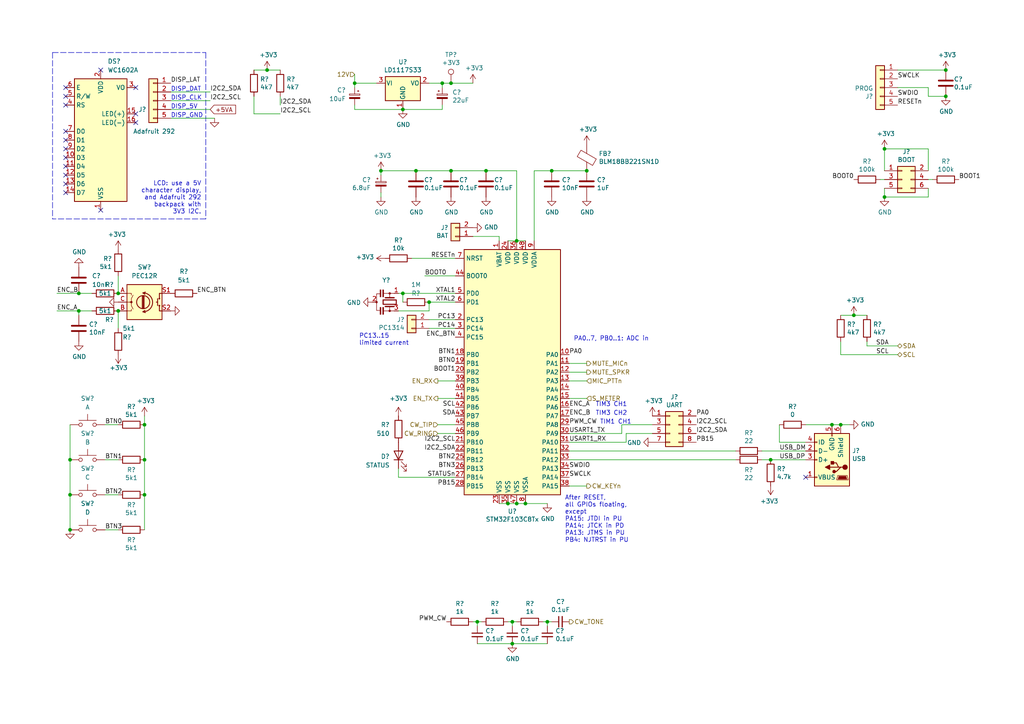
<source format=kicad_sch>
(kicad_sch (version 20211123) (generator eeschema)

  (uuid 5367a494-64b6-4f8c-adca-814c4b88525b)

  (paper "A4")

  (title_block
    (title "DART-70 TRX")
    (date "2023-01-22")
    (rev "0")
    (company "HB9EGM")
    (comment 1 "A 4m Band SSB/CW Transceiver")
  )

  

  (junction (at 34.29 85.09) (diameter 0) (color 0 0 0 0)
    (uuid 1276659c-ff14-4940-b214-e27c5bbbd628)
  )
  (junction (at 223.52 133.35) (diameter 0) (color 0 0 0 0)
    (uuid 2a891096-042c-4004-b161-8bd2c0b59fd7)
  )
  (junction (at 102.87 24.13) (diameter 0) (color 0 0 0 0)
    (uuid 365db125-0d05-4a3b-80f5-776f84224f16)
  )
  (junction (at 149.86 69.85) (diameter 0) (color 0 0 0 0)
    (uuid 3b398e0a-4c10-4dcc-aa1f-5dcd51a576d9)
  )
  (junction (at 20.32 143.51) (diameter 0) (color 0 0 0 0)
    (uuid 3e97b4b6-51fe-4831-8963-04e554d396f4)
  )
  (junction (at 243.84 123.19) (diameter 0) (color 0 0 0 0)
    (uuid 3f43b8cc-e232-4de4-a8bc-56a1a1c0a87a)
  )
  (junction (at 124.46 87.63) (diameter 0) (color 0 0 0 0)
    (uuid 418a0e9c-c95f-4d4a-a88f-ec13faf3303c)
  )
  (junction (at 130.81 49.53) (diameter 0) (color 0 0 0 0)
    (uuid 463e71c6-e035-4ed0-9a41-c3c9633f2c78)
  )
  (junction (at 22.86 85.09) (diameter 0) (color 0 0 0 0)
    (uuid 50eddd67-6aa3-43d4-a67d-b80202184bf7)
  )
  (junction (at 110.49 49.53) (diameter 0) (color 0 0 0 0)
    (uuid 5696bb77-ed27-45b2-b992-397d5b11d0ae)
  )
  (junction (at 256.54 43.18) (diameter 0) (color 0 0 0 0)
    (uuid 5cfe5589-d53d-4797-82e8-c31b86c5fbb8)
  )
  (junction (at 20.32 133.35) (diameter 0) (color 0 0 0 0)
    (uuid 60f9aea0-5552-4cff-adfd-7e3333a6c431)
  )
  (junction (at 149.86 146.05) (diameter 0) (color 0 0 0 0)
    (uuid 70b621b6-45b5-43cb-9683-d589118723d7)
  )
  (junction (at 147.32 146.05) (diameter 0) (color 0 0 0 0)
    (uuid 73e2a101-0bc0-414b-9aa7-7eeb8a3caef1)
  )
  (junction (at 120.65 49.53) (diameter 0) (color 0 0 0 0)
    (uuid 752fa345-d8be-4e99-aad1-e88671f99643)
  )
  (junction (at 160.02 49.53) (diameter 0) (color 0 0 0 0)
    (uuid 77b09fa1-fbbb-49ab-94c4-069660b694ff)
  )
  (junction (at 148.59 186.69) (diameter 0) (color 0 0 0 0)
    (uuid 782b86fa-ef9f-4c16-a991-b44a80f0f0c3)
  )
  (junction (at 138.43 180.34) (diameter 0) (color 0 0 0 0)
    (uuid 7efaeda2-e767-44b9-adb2-3a0c3f4d2f1d)
  )
  (junction (at 22.86 90.17) (diameter 0) (color 0 0 0 0)
    (uuid 85d4e31f-0a9c-44fe-988a-fd9d1c9f0d5f)
  )
  (junction (at 158.75 180.34) (diameter 0) (color 0 0 0 0)
    (uuid 8847e751-6992-4f80-92c5-c3bef4b5dbf6)
  )
  (junction (at 116.84 85.09) (diameter 0) (color 0 0 0 0)
    (uuid 8c497335-9f19-4d8f-81b9-d3f6e5560190)
  )
  (junction (at 247.65 91.44) (diameter 0) (color 0 0 0 0)
    (uuid 9098a6bf-eae0-4636-90c3-6c2f5d9401fd)
  )
  (junction (at 128.27 24.13) (diameter 0) (color 0 0 0 0)
    (uuid 950bee3f-9e72-4e30-a26d-44d6909f7316)
  )
  (junction (at 241.3 123.19) (diameter 0) (color 0 0 0 0)
    (uuid 9801ccc8-5152-40bb-932d-67072f8cd8ad)
  )
  (junction (at 256.54 57.15) (diameter 0) (color 0 0 0 0)
    (uuid 9b396834-9f2e-4234-8e77-e2f453053d8c)
  )
  (junction (at 140.97 49.53) (diameter 0) (color 0 0 0 0)
    (uuid 9cb0289b-897f-4a33-9575-6ead0989832a)
  )
  (junction (at 41.91 133.35) (diameter 0) (color 0 0 0 0)
    (uuid a306cb94-6ff0-43dc-b3ff-609bd041f651)
  )
  (junction (at 148.59 180.34) (diameter 0) (color 0 0 0 0)
    (uuid b2ecb88a-4c09-46d5-b24a-de38dbb48f75)
  )
  (junction (at 41.91 143.51) (diameter 0) (color 0 0 0 0)
    (uuid b47512f5-ddb1-4f6a-a01f-993a149ffa47)
  )
  (junction (at 152.4 146.05) (diameter 0) (color 0 0 0 0)
    (uuid b7e9cf10-b74e-4e80-a7f1-e33a29fe56de)
  )
  (junction (at 20.32 153.67) (diameter 0) (color 0 0 0 0)
    (uuid be9a62f2-23dd-41df-91a7-1f4ac377faf3)
  )
  (junction (at 34.29 90.17) (diameter 0) (color 0 0 0 0)
    (uuid c2d3f10b-b9a2-4cb9-979d-644e3566b349)
  )
  (junction (at 116.84 31.75) (diameter 0) (color 0 0 0 0)
    (uuid c919be4d-1323-48ff-9b47-63e806eb379b)
  )
  (junction (at 41.91 123.19) (diameter 0) (color 0 0 0 0)
    (uuid cc016ca4-b9a4-4d80-91ba-91d6e0df5bcc)
  )
  (junction (at 274.32 20.32) (diameter 0) (color 0 0 0 0)
    (uuid e04409c2-b3ba-460e-bddc-62e0044901c2)
  )
  (junction (at 170.18 49.53) (diameter 0) (color 0 0 0 0)
    (uuid e1640c92-0a7b-4990-ae42-e9436c2a460d)
  )
  (junction (at 77.47 20.32) (diameter 0) (color 0 0 0 0)
    (uuid eab7c737-4450-406f-9f80-b2e18bb45dd6)
  )
  (junction (at 274.32 27.94) (diameter 0) (color 0 0 0 0)
    (uuid ed74c2b7-a3ac-4886-84f5-377b5e1bbbfc)
  )
  (junction (at 130.81 24.13) (diameter 0) (color 0 0 0 0)
    (uuid edb71222-40e6-4859-afb6-9f8493972161)
  )

  (no_connect (at 19.05 30.48) (uuid 27a098aa-a54a-4603-8a04-fe8def00e684))
  (no_connect (at 19.05 25.4) (uuid 32b8b153-c903-4741-ad0e-f8d9602e50e4))
  (no_connect (at 39.37 33.02) (uuid 342988be-16c5-4d72-82f4-e65b4c5f0a23))
  (no_connect (at 233.68 138.43) (uuid 487ede9d-e4e2-47c1-b417-084ff862638c))
  (no_connect (at 19.05 45.72) (uuid 4f2980f5-7c43-4875-a7d2-8b8b265a1e46))
  (no_connect (at 19.05 40.64) (uuid 5187d1a9-67b2-40c1-a07c-4e0e8a38791d))
  (no_connect (at 39.37 35.56) (uuid 54760758-af89-4a41-a60d-e1b689c5006e))
  (no_connect (at 29.21 20.32) (uuid 5e0f13bf-804a-411e-8f5a-2678db83e4a0))
  (no_connect (at 19.05 38.1) (uuid 657b9520-f4f5-4bbd-96e9-e7037197e3d3))
  (no_connect (at 19.05 53.34) (uuid 68b3df11-6847-4453-820a-85d602ac575b))
  (no_connect (at 19.05 43.18) (uuid 7470b900-3f1e-497f-b369-8aad981a3392))
  (no_connect (at 29.21 60.96) (uuid 94d11b9d-6eb0-4385-9ae1-ddcc32221de4))
  (no_connect (at 19.05 48.26) (uuid 98bce542-8d71-44ac-8b06-d20ab5e9152b))
  (no_connect (at 19.05 55.88) (uuid 9a013d10-199f-4d04-bd4c-941faf08d324))
  (no_connect (at 19.05 27.94) (uuid cbf32607-4f05-4315-90ea-7b1ad43a34e7))
  (no_connect (at 39.37 25.4) (uuid e52ceaab-2ff4-49eb-abf8-ad8d6eddfba5))
  (no_connect (at 19.05 50.8) (uuid e57a82f1-c1a2-475f-b5ba-dfeed83c5d9b))

  (wire (pts (xy 165.1 133.35) (xy 213.36 133.35))
    (stroke (width 0) (type default) (color 0 0 0 0))
    (uuid 006bc43b-d3a8-4a38-a8dc-5a24da3f9b4d)
  )
  (wire (pts (xy 49.53 26.67) (xy 60.96 26.67))
    (stroke (width 0) (type default) (color 0 0 0 0))
    (uuid 0172fa94-4b7c-4d5e-bde6-27bb171b91e9)
  )
  (wire (pts (xy 34.29 95.25) (xy 34.29 90.17))
    (stroke (width 0) (type default) (color 0 0 0 0))
    (uuid 035870a0-33fd-4542-9093-58d01a043d61)
  )
  (wire (pts (xy 124.46 24.13) (xy 128.27 24.13))
    (stroke (width 0) (type default) (color 0 0 0 0))
    (uuid 044e08b9-e685-498e-bd87-b8524296a144)
  )
  (wire (pts (xy 119.38 74.93) (xy 132.08 74.93))
    (stroke (width 0) (type default) (color 0 0 0 0))
    (uuid 0454b0ed-4e94-46b1-9058-7210ddee62e4)
  )
  (wire (pts (xy 102.87 31.75) (xy 116.84 31.75))
    (stroke (width 0) (type default) (color 0 0 0 0))
    (uuid 049c481d-6ebe-4dd1-9faa-e600aef235d0)
  )
  (wire (pts (xy 247.65 91.44) (xy 251.46 91.44))
    (stroke (width 0) (type default) (color 0 0 0 0))
    (uuid 0673bd15-bb27-42a3-b8dd-ff34de638161)
  )
  (wire (pts (xy 170.18 140.97) (xy 165.1 140.97))
    (stroke (width 0) (type default) (color 0 0 0 0))
    (uuid 092bd70b-48e0-45b7-9940-021b2d382881)
  )
  (wire (pts (xy 22.86 91.44) (xy 22.86 90.17))
    (stroke (width 0) (type default) (color 0 0 0 0))
    (uuid 1021e01a-7480-4604-9b82-a8d70899e83d)
  )
  (wire (pts (xy 34.29 133.35) (xy 30.48 133.35))
    (stroke (width 0) (type default) (color 0 0 0 0))
    (uuid 10acd6cf-9aa0-464b-9051-98ec9eb1cee0)
  )
  (wire (pts (xy 165.1 130.81) (xy 213.36 130.81))
    (stroke (width 0) (type default) (color 0 0 0 0))
    (uuid 11b49d13-b047-4242-be65-9a9b1c80ec58)
  )
  (wire (pts (xy 251.46 100.33) (xy 260.35 100.33))
    (stroke (width 0) (type default) (color 0 0 0 0))
    (uuid 15328724-62c0-4c64-8165-7ba7fa235831)
  )
  (wire (pts (xy 127 115.57) (xy 132.08 115.57))
    (stroke (width 0) (type default) (color 0 0 0 0))
    (uuid 1627b889-41c1-4638-81bb-2059620a165d)
  )
  (wire (pts (xy 127 125.73) (xy 132.08 125.73))
    (stroke (width 0) (type default) (color 0 0 0 0))
    (uuid 166aacf9-9169-4bbe-a203-0c1180fa7c79)
  )
  (wire (pts (xy 110.49 55.88) (xy 110.49 57.15))
    (stroke (width 0) (type default) (color 0 0 0 0))
    (uuid 1a795a6f-1bc6-41fb-82d7-5ae528094d84)
  )
  (wire (pts (xy 243.84 102.87) (xy 243.84 99.06))
    (stroke (width 0) (type default) (color 0 0 0 0))
    (uuid 1fcbe337-d147-4e02-846e-7f1ec4528bd0)
  )
  (wire (pts (xy 130.81 49.53) (xy 140.97 49.53))
    (stroke (width 0) (type default) (color 0 0 0 0))
    (uuid 2330a65f-a667-4564-b2ea-fd267508069a)
  )
  (wire (pts (xy 260.35 20.32) (xy 274.32 20.32))
    (stroke (width 0) (type default) (color 0 0 0 0))
    (uuid 23425199-2ac8-404e-b295-8bb0276f526e)
  )
  (wire (pts (xy 189.23 125.73) (xy 181.61 125.73))
    (stroke (width 0) (type default) (color 0 0 0 0))
    (uuid 238ce6dc-0557-409a-ab04-93448fccaac4)
  )
  (wire (pts (xy 160.02 49.53) (xy 154.94 49.53))
    (stroke (width 0) (type default) (color 0 0 0 0))
    (uuid 23d269d6-d694-442a-bf5d-98bf3544fc31)
  )
  (wire (pts (xy 269.24 25.4) (xy 269.24 27.94))
    (stroke (width 0) (type default) (color 0 0 0 0))
    (uuid 2480dd87-1dff-4a50-81a2-52ef161ac45c)
  )
  (wire (pts (xy 138.43 180.34) (xy 138.43 181.61))
    (stroke (width 0) (type default) (color 0 0 0 0))
    (uuid 251435cb-df17-46ab-aac4-3d24ccac8db0)
  )
  (wire (pts (xy 223.52 133.35) (xy 233.68 133.35))
    (stroke (width 0) (type default) (color 0 0 0 0))
    (uuid 25ada721-670a-4020-ae0b-77410c4e375a)
  )
  (wire (pts (xy 34.29 123.19) (xy 30.48 123.19))
    (stroke (width 0) (type default) (color 0 0 0 0))
    (uuid 2965eaa9-5c83-4078-a673-05e36103f2d1)
  )
  (wire (pts (xy 127 123.19) (xy 132.08 123.19))
    (stroke (width 0) (type default) (color 0 0 0 0))
    (uuid 2bd08fdd-e559-4112-af36-bdef9848d0a6)
  )
  (wire (pts (xy 137.16 24.13) (xy 130.81 24.13))
    (stroke (width 0) (type default) (color 0 0 0 0))
    (uuid 2da947aa-ae17-4b65-af50-1f4c2e060828)
  )
  (wire (pts (xy 77.47 20.32) (xy 81.28 20.32))
    (stroke (width 0) (type default) (color 0 0 0 0))
    (uuid 317a2bf1-677c-46ed-b6b4-eef240063844)
  )
  (wire (pts (xy 243.84 91.44) (xy 247.65 91.44))
    (stroke (width 0) (type default) (color 0 0 0 0))
    (uuid 34d6d782-5641-4526-b346-05de03ea8c0e)
  )
  (polyline (pts (xy 59.69 15.24) (xy 59.69 63.5))
    (stroke (width 0) (type default) (color 0 0 0 0))
    (uuid 36dbbb14-ed77-4633-af35-90660d2143f3)
  )

  (wire (pts (xy 120.65 49.53) (xy 130.81 49.53))
    (stroke (width 0) (type default) (color 0 0 0 0))
    (uuid 37e843e9-2538-4a91-9a9b-f536fa0a9e84)
  )
  (wire (pts (xy 110.49 49.53) (xy 120.65 49.53))
    (stroke (width 0) (type default) (color 0 0 0 0))
    (uuid 3a013e8f-5b12-499b-8d2d-0ad49966db1a)
  )
  (wire (pts (xy 102.87 24.13) (xy 102.87 25.4))
    (stroke (width 0) (type default) (color 0 0 0 0))
    (uuid 3c7ec0d6-65f7-4e0f-bf39-65992df7174f)
  )
  (wire (pts (xy 158.75 181.61) (xy 158.75 180.34))
    (stroke (width 0) (type default) (color 0 0 0 0))
    (uuid 3d927ca0-f4ad-42ab-b902-dfef8d84eebb)
  )
  (wire (pts (xy 73.66 20.32) (xy 77.47 20.32))
    (stroke (width 0) (type default) (color 0 0 0 0))
    (uuid 3f4ca593-2b3f-4c1d-83fb-6afbc1dc83bd)
  )
  (wire (pts (xy 115.57 135.89) (xy 115.57 138.43))
    (stroke (width 0) (type default) (color 0 0 0 0))
    (uuid 3f4f4435-0d48-417e-8f86-def0fd108af7)
  )
  (wire (pts (xy 148.59 186.69) (xy 158.75 186.69))
    (stroke (width 0) (type default) (color 0 0 0 0))
    (uuid 3fc3a397-ec3a-4314-aa6a-44925ef4cbbe)
  )
  (polyline (pts (xy 15.24 15.24) (xy 59.69 15.24))
    (stroke (width 0) (type default) (color 0 0 0 0))
    (uuid 437ebe18-8f4c-4d60-9ade-e76424d17726)
  )

  (wire (pts (xy 158.75 180.34) (xy 160.02 180.34))
    (stroke (width 0) (type default) (color 0 0 0 0))
    (uuid 4736f749-4a0e-4a05-b1aa-d51f1c3fc23d)
  )
  (wire (pts (xy 160.02 49.53) (xy 170.18 49.53))
    (stroke (width 0) (type default) (color 0 0 0 0))
    (uuid 4829bee0-faa8-43f7-b2d7-8a6e5d1b3050)
  )
  (wire (pts (xy 34.29 80.01) (xy 34.29 85.09))
    (stroke (width 0) (type default) (color 0 0 0 0))
    (uuid 487cb37f-32e1-4fcc-b649-1ddd891984c5)
  )
  (wire (pts (xy 124.46 92.71) (xy 132.08 92.71))
    (stroke (width 0) (type default) (color 0 0 0 0))
    (uuid 4cd135a5-fdd1-4851-864a-dadf7c96d9ff)
  )
  (wire (pts (xy 20.32 123.19) (xy 20.32 133.35))
    (stroke (width 0) (type default) (color 0 0 0 0))
    (uuid 4d43e674-c1c0-4e11-b129-01108db367aa)
  )
  (wire (pts (xy 260.35 25.4) (xy 269.24 25.4))
    (stroke (width 0) (type default) (color 0 0 0 0))
    (uuid 4f69bb40-cbf2-45c5-8c23-3e0667e1f6c1)
  )
  (wire (pts (xy 165.1 128.27) (xy 181.61 128.27))
    (stroke (width 0) (type default) (color 0 0 0 0))
    (uuid 500298f6-b9ed-4e53-bde6-024545f1a90a)
  )
  (wire (pts (xy 128.27 24.13) (xy 130.81 24.13))
    (stroke (width 0) (type default) (color 0 0 0 0))
    (uuid 53ca9047-4473-49bf-9a5c-d4ba6da3881d)
  )
  (wire (pts (xy 41.91 123.19) (xy 41.91 120.65))
    (stroke (width 0) (type default) (color 0 0 0 0))
    (uuid 58a22765-7f2e-4f66-9ea8-f56fcca75dda)
  )
  (wire (pts (xy 34.29 143.51) (xy 30.48 143.51))
    (stroke (width 0) (type default) (color 0 0 0 0))
    (uuid 595e8034-8a59-4a5c-b366-f8604d8aa4da)
  )
  (wire (pts (xy 102.87 30.48) (xy 102.87 31.75))
    (stroke (width 0) (type default) (color 0 0 0 0))
    (uuid 5c2835f1-d56c-4019-9ef3-09fd3e460220)
  )
  (wire (pts (xy 110.49 49.53) (xy 110.49 50.8))
    (stroke (width 0) (type default) (color 0 0 0 0))
    (uuid 5e8f43a4-e869-473e-b093-0ec79ea19580)
  )
  (wire (pts (xy 226.06 128.27) (xy 233.68 128.27))
    (stroke (width 0) (type default) (color 0 0 0 0))
    (uuid 5f48357f-c353-4808-811f-74ed7ffaa7c6)
  )
  (wire (pts (xy 269.24 27.94) (xy 274.32 27.94))
    (stroke (width 0) (type default) (color 0 0 0 0))
    (uuid 61b6f2c4-b226-47d6-bbd8-9d67fcaf35c3)
  )
  (wire (pts (xy 256.54 57.15) (xy 269.24 57.15))
    (stroke (width 0) (type default) (color 0 0 0 0))
    (uuid 61e795c9-5bb5-48b3-b7a0-cb64f04c7adc)
  )
  (wire (pts (xy 34.29 153.67) (xy 30.48 153.67))
    (stroke (width 0) (type default) (color 0 0 0 0))
    (uuid 66d98295-60ac-4b7d-a181-3284b2b387bc)
  )
  (wire (pts (xy 124.46 90.17) (xy 124.46 87.63))
    (stroke (width 0) (type default) (color 0 0 0 0))
    (uuid 677a1070-c11b-49a9-8186-12e0a3e880b1)
  )
  (wire (pts (xy 73.66 33.02) (xy 73.66 27.94))
    (stroke (width 0) (type default) (color 0 0 0 0))
    (uuid 679e5b0e-a017-43d8-8845-79a886253d82)
  )
  (polyline (pts (xy 15.24 15.24) (xy 15.24 63.5))
    (stroke (width 0) (type default) (color 0 0 0 0))
    (uuid 6c1a4ff4-84d5-4723-9271-598658bada11)
  )

  (wire (pts (xy 165.1 125.73) (xy 180.34 125.73))
    (stroke (width 0) (type default) (color 0 0 0 0))
    (uuid 6f75ea3e-6135-44f5-9313-1aad839ab6f6)
  )
  (wire (pts (xy 137.16 180.34) (xy 138.43 180.34))
    (stroke (width 0) (type default) (color 0 0 0 0))
    (uuid 742f6656-c86d-41c0-937e-ef6ded3bd482)
  )
  (wire (pts (xy 243.84 102.87) (xy 260.35 102.87))
    (stroke (width 0) (type default) (color 0 0 0 0))
    (uuid 75080b0b-6140-45af-8605-622af6de8bea)
  )
  (wire (pts (xy 223.52 133.35) (xy 220.98 133.35))
    (stroke (width 0) (type default) (color 0 0 0 0))
    (uuid 771145ed-2e00-4172-ac95-37a36c6a35ce)
  )
  (wire (pts (xy 140.97 49.53) (xy 149.86 49.53))
    (stroke (width 0) (type default) (color 0 0 0 0))
    (uuid 7c1fd6fc-5c53-4ccb-a456-46fe6fc0bc71)
  )
  (wire (pts (xy 157.48 180.34) (xy 158.75 180.34))
    (stroke (width 0) (type default) (color 0 0 0 0))
    (uuid 7d512d14-3ca4-4934-b506-eb07d268c7dc)
  )
  (wire (pts (xy 147.32 146.05) (xy 144.78 146.05))
    (stroke (width 0) (type default) (color 0 0 0 0))
    (uuid 7f2c9904-545b-4337-acd6-8707e0924818)
  )
  (wire (pts (xy 243.84 123.19) (xy 241.3 123.19))
    (stroke (width 0) (type default) (color 0 0 0 0))
    (uuid 7fa098fb-b644-4e64-920e-8328b5d12f21)
  )
  (wire (pts (xy 144.78 68.58) (xy 137.16 68.58))
    (stroke (width 0) (type default) (color 0 0 0 0))
    (uuid 822cf157-ecb8-46d7-8cc6-5f0248fd6b37)
  )
  (wire (pts (xy 41.91 133.35) (xy 41.91 123.19))
    (stroke (width 0) (type default) (color 0 0 0 0))
    (uuid 83b77b4d-dcc2-4e93-a5f3-1d1480646393)
  )
  (wire (pts (xy 255.27 52.07) (xy 256.54 52.07))
    (stroke (width 0) (type default) (color 0 0 0 0))
    (uuid 875404be-e359-458a-af29-1bd3403dd55f)
  )
  (wire (pts (xy 170.18 110.49) (xy 165.1 110.49))
    (stroke (width 0) (type default) (color 0 0 0 0))
    (uuid 8916cfb5-5541-43a9-8e0e-951b776d485c)
  )
  (wire (pts (xy 102.87 21.59) (xy 102.87 24.13))
    (stroke (width 0) (type default) (color 0 0 0 0))
    (uuid 8aacfdd5-15da-46ff-b53e-da8342d51270)
  )
  (wire (pts (xy 49.53 31.75) (xy 60.96 31.75))
    (stroke (width 0) (type default) (color 0 0 0 0))
    (uuid 8cf3b989-d323-4aa3-888a-229ee0855e8a)
  )
  (wire (pts (xy 20.32 143.51) (xy 20.32 153.67))
    (stroke (width 0) (type default) (color 0 0 0 0))
    (uuid 8d760ab7-cb5d-426a-b4aa-fb7e0964cb41)
  )
  (wire (pts (xy 81.28 33.02) (xy 73.66 33.02))
    (stroke (width 0) (type default) (color 0 0 0 0))
    (uuid 8f577817-ea32-42aa-bedc-809b6d0ffec6)
  )
  (wire (pts (xy 148.59 180.34) (xy 149.86 180.34))
    (stroke (width 0) (type default) (color 0 0 0 0))
    (uuid 9004cee7-358e-4c08-9d64-a05f28a4e7b6)
  )
  (wire (pts (xy 22.86 85.09) (xy 26.67 85.09))
    (stroke (width 0) (type default) (color 0 0 0 0))
    (uuid 901dc96c-698d-427d-880a-ee46536a481f)
  )
  (wire (pts (xy 124.46 87.63) (xy 132.08 87.63))
    (stroke (width 0) (type default) (color 0 0 0 0))
    (uuid 92cf4db4-2dba-4763-9cd8-3c7f8aff8f24)
  )
  (wire (pts (xy 124.46 90.17) (xy 115.57 90.17))
    (stroke (width 0) (type default) (color 0 0 0 0))
    (uuid 93b580d1-c2df-48c4-9d06-465ca9d3eebc)
  )
  (wire (pts (xy 115.57 138.43) (xy 132.08 138.43))
    (stroke (width 0) (type default) (color 0 0 0 0))
    (uuid 9c00f763-4387-4dca-9d2a-687600fcbd31)
  )
  (wire (pts (xy 220.98 130.81) (xy 233.68 130.81))
    (stroke (width 0) (type default) (color 0 0 0 0))
    (uuid 9f7324c5-50a2-442c-8a80-edf04aa2b2ac)
  )
  (wire (pts (xy 144.78 69.85) (xy 144.78 68.58))
    (stroke (width 0) (type default) (color 0 0 0 0))
    (uuid 9f7b3295-d16c-467f-88f6-2ab8ee650e3a)
  )
  (wire (pts (xy 149.86 69.85) (xy 147.32 69.85))
    (stroke (width 0) (type default) (color 0 0 0 0))
    (uuid a32fe8ab-5810-40f6-8eab-48332c0ee5a0)
  )
  (wire (pts (xy 256.54 49.53) (xy 256.54 43.18))
    (stroke (width 0) (type default) (color 0 0 0 0))
    (uuid a560f403-c7e0-4d97-9b6c-c5351bebb237)
  )
  (wire (pts (xy 269.24 49.53) (xy 269.24 43.18))
    (stroke (width 0) (type default) (color 0 0 0 0))
    (uuid a6e0def8-4f4c-4324-b688-07d61c9eec31)
  )
  (wire (pts (xy 124.46 95.25) (xy 132.08 95.25))
    (stroke (width 0) (type default) (color 0 0 0 0))
    (uuid ab5db7e5-9de7-449f-b70b-9d0dd610b10b)
  )
  (wire (pts (xy 116.84 87.63) (xy 116.84 85.09))
    (stroke (width 0) (type default) (color 0 0 0 0))
    (uuid ac5a5c45-797a-4bbe-bfd5-5ce5a8aa3463)
  )
  (wire (pts (xy 152.4 146.05) (xy 149.86 146.05))
    (stroke (width 0) (type default) (color 0 0 0 0))
    (uuid b05af61d-3c1d-44cf-aea2-61fd169c9d1a)
  )
  (wire (pts (xy 149.86 49.53) (xy 149.86 69.85))
    (stroke (width 0) (type default) (color 0 0 0 0))
    (uuid b3eebb03-af8c-48e8-a7d9-5ec3741206fa)
  )
  (wire (pts (xy 181.61 125.73) (xy 181.61 128.27))
    (stroke (width 0) (type default) (color 0 0 0 0))
    (uuid b9fce689-53c2-4275-98d8-2c8da9bd740a)
  )
  (wire (pts (xy 116.84 85.09) (xy 115.57 85.09))
    (stroke (width 0) (type default) (color 0 0 0 0))
    (uuid ba80136a-34d0-4a97-a9c9-c43ab3f7be6e)
  )
  (wire (pts (xy 152.4 69.85) (xy 149.86 69.85))
    (stroke (width 0) (type default) (color 0 0 0 0))
    (uuid bade9875-e59b-4d52-b529-c48d7c265fc4)
  )
  (wire (pts (xy 49.53 29.21) (xy 60.96 29.21))
    (stroke (width 0) (type default) (color 0 0 0 0))
    (uuid bc913ca4-9065-43d2-9d7f-c7073d14811d)
  )
  (wire (pts (xy 170.18 115.57) (xy 165.1 115.57))
    (stroke (width 0) (type default) (color 0 0 0 0))
    (uuid bcb9de97-da39-48c2-ba62-52171a3a19f8)
  )
  (wire (pts (xy 22.86 85.09) (xy 16.51 85.09))
    (stroke (width 0) (type default) (color 0 0 0 0))
    (uuid c71a0f1c-e0a1-4cfb-a1c2-249d4b359638)
  )
  (wire (pts (xy 180.34 123.19) (xy 189.23 123.19))
    (stroke (width 0) (type default) (color 0 0 0 0))
    (uuid ca0eab8e-e3fd-464d-bb03-d1603b8a651b)
  )
  (wire (pts (xy 269.24 57.15) (xy 269.24 54.61))
    (stroke (width 0) (type default) (color 0 0 0 0))
    (uuid ca12753c-a5f4-49a4-bb14-a01420a86edb)
  )
  (wire (pts (xy 102.87 24.13) (xy 109.22 24.13))
    (stroke (width 0) (type default) (color 0 0 0 0))
    (uuid cda471cd-ed64-4f58-b827-5f282321cb92)
  )
  (wire (pts (xy 81.28 30.48) (xy 81.28 27.94))
    (stroke (width 0) (type default) (color 0 0 0 0))
    (uuid cf02db11-2ff8-4f79-b3e9-9802575ab786)
  )
  (wire (pts (xy 128.27 24.13) (xy 128.27 25.4))
    (stroke (width 0) (type default) (color 0 0 0 0))
    (uuid d030b1b5-66ea-4dee-aa8b-a368d46b7f2a)
  )
  (wire (pts (xy 116.84 31.75) (xy 128.27 31.75))
    (stroke (width 0) (type default) (color 0 0 0 0))
    (uuid d0c49abc-3258-4c00-a10f-f54b5d0253a5)
  )
  (wire (pts (xy 154.94 49.53) (xy 154.94 69.85))
    (stroke (width 0) (type default) (color 0 0 0 0))
    (uuid d1ea7795-8403-4edb-b959-1b29f77ed16f)
  )
  (wire (pts (xy 26.67 90.17) (xy 22.86 90.17))
    (stroke (width 0) (type default) (color 0 0 0 0))
    (uuid d4d81f67-fac4-4771-8b7d-f2089683330d)
  )
  (wire (pts (xy 269.24 43.18) (xy 256.54 43.18))
    (stroke (width 0) (type default) (color 0 0 0 0))
    (uuid d8e238b6-5437-4b14-9ba7-0337f0b828ab)
  )
  (wire (pts (xy 148.59 181.61) (xy 148.59 180.34))
    (stroke (width 0) (type default) (color 0 0 0 0))
    (uuid d8ebdeb0-2bbd-4a1b-a259-f95c97f44cbe)
  )
  (wire (pts (xy 147.32 180.34) (xy 148.59 180.34))
    (stroke (width 0) (type default) (color 0 0 0 0))
    (uuid dacfc6b2-f197-4446-86ee-d141533404be)
  )
  (wire (pts (xy 246.38 123.19) (xy 243.84 123.19))
    (stroke (width 0) (type default) (color 0 0 0 0))
    (uuid dba4ad5b-8704-4fc8-9247-b9c4709cf1cf)
  )
  (wire (pts (xy 49.53 34.29) (xy 62.23 34.29))
    (stroke (width 0) (type default) (color 0 0 0 0))
    (uuid dc2567a8-f67d-423b-a6b0-f3bf10022eef)
  )
  (wire (pts (xy 16.51 90.17) (xy 22.86 90.17))
    (stroke (width 0) (type default) (color 0 0 0 0))
    (uuid dc3924cb-3c6c-488f-b9d5-465b4a917136)
  )
  (wire (pts (xy 132.08 85.09) (xy 116.84 85.09))
    (stroke (width 0) (type default) (color 0 0 0 0))
    (uuid dcbc5a2e-2561-4663-8736-09acc9fe0209)
  )
  (wire (pts (xy 138.43 186.69) (xy 148.59 186.69))
    (stroke (width 0) (type default) (color 0 0 0 0))
    (uuid ddcf9a83-0126-4df6-88fa-3363d508d3a6)
  )
  (wire (pts (xy 158.75 146.05) (xy 152.4 146.05))
    (stroke (width 0) (type default) (color 0 0 0 0))
    (uuid e382fedc-c868-44fd-9740-47cc05b15c1c)
  )
  (wire (pts (xy 170.18 105.41) (xy 165.1 105.41))
    (stroke (width 0) (type default) (color 0 0 0 0))
    (uuid e4a40ea1-de8c-4913-8d95-0a86c0054fcc)
  )
  (wire (pts (xy 226.06 123.19) (xy 226.06 128.27))
    (stroke (width 0) (type default) (color 0 0 0 0))
    (uuid e584287a-6232-40cf-a082-8dea5986b945)
  )
  (wire (pts (xy 138.43 180.34) (xy 139.7 180.34))
    (stroke (width 0) (type default) (color 0 0 0 0))
    (uuid e68fac9b-3de3-4acb-9bb0-3dee3685df22)
  )
  (wire (pts (xy 180.34 125.73) (xy 180.34 123.19))
    (stroke (width 0) (type default) (color 0 0 0 0))
    (uuid e7130644-c4ae-4f9d-997d-5b4fa9d09578)
  )
  (wire (pts (xy 127 110.49) (xy 132.08 110.49))
    (stroke (width 0) (type default) (color 0 0 0 0))
    (uuid e719e133-06c8-48a5-8b34-3a33eec285a2)
  )
  (polyline (pts (xy 59.69 63.5) (xy 15.24 63.5))
    (stroke (width 0) (type default) (color 0 0 0 0))
    (uuid e8e850c4-7708-4bbf-84e9-a768c6d278e3)
  )

  (wire (pts (xy 41.91 153.67) (xy 41.91 143.51))
    (stroke (width 0) (type default) (color 0 0 0 0))
    (uuid eb5c3818-51cd-4092-a6a2-1d306912382e)
  )
  (wire (pts (xy 256.54 57.15) (xy 256.54 54.61))
    (stroke (width 0) (type default) (color 0 0 0 0))
    (uuid eca73914-6f4b-487c-b8f6-6bedca0fa3fb)
  )
  (wire (pts (xy 123.19 80.01) (xy 132.08 80.01))
    (stroke (width 0) (type default) (color 0 0 0 0))
    (uuid ed265626-f6f5-4029-beb9-f6ad275e86b5)
  )
  (wire (pts (xy 41.91 143.51) (xy 41.91 133.35))
    (stroke (width 0) (type default) (color 0 0 0 0))
    (uuid ee955228-8cba-41df-9590-142549e57cef)
  )
  (wire (pts (xy 251.46 100.33) (xy 251.46 99.06))
    (stroke (width 0) (type default) (color 0 0 0 0))
    (uuid f1353e9e-7eae-44e9-872c-ec11c41e5657)
  )
  (wire (pts (xy 170.18 107.95) (xy 165.1 107.95))
    (stroke (width 0) (type default) (color 0 0 0 0))
    (uuid f1ef3bae-8492-482a-bb52-c850c5dd92fa)
  )
  (wire (pts (xy 128.27 30.48) (xy 128.27 31.75))
    (stroke (width 0) (type default) (color 0 0 0 0))
    (uuid f2333ea0-3cdc-40cc-b541-5643d95d4956)
  )
  (wire (pts (xy 149.86 146.05) (xy 147.32 146.05))
    (stroke (width 0) (type default) (color 0 0 0 0))
    (uuid f46f4b86-daf6-4869-98cb-928039f00f5f)
  )
  (wire (pts (xy 270.51 52.07) (xy 269.24 52.07))
    (stroke (width 0) (type default) (color 0 0 0 0))
    (uuid f683b564-906b-42f6-a233-cd22c58657dd)
  )
  (wire (pts (xy 241.3 123.19) (xy 233.68 123.19))
    (stroke (width 0) (type default) (color 0 0 0 0))
    (uuid f6c96c0d-4cf7-4e5a-ad96-cb52e5fda138)
  )
  (wire (pts (xy 20.32 133.35) (xy 20.32 143.51))
    (stroke (width 0) (type default) (color 0 0 0 0))
    (uuid f928df12-b33b-4d6e-8a51-572bf83802ca)
  )

  (text "TODO\n\n\nDone\nReplace connector by footprints for buttons, encoder and display\nCheck how I finally did CW on Picardy 2020\nAdd cable between main board and control"
    (at 1.27 -15.24 0)
    (effects (font (size 3 3)) (justify left bottom))
    (uuid 1154c567-1e30-4104-a3b9-6b57e1efe0f8)
  )
  (text "DISP_5V" (at 49.53 31.75 0)
    (effects (font (size 1.27 1.27)) (justify left bottom))
    (uuid 1ae70af6-ac4a-4a28-aff8-9077e17e3e61)
  )
  (text "DISP_GND" (at 49.53 34.29 0)
    (effects (font (size 1.27 1.27)) (justify left bottom))
    (uuid 2a4a455a-d851-42f3-92ae-dce395b66e62)
  )
  (text "After RESET,\nall GPIOs floating,\nexcept\nPA15: JTDI in PU\nPA14: JTCK in PD\nPA13: JTMS in PU\nPB4: NJTRST in PU"
    (at 163.83 157.48 0)
    (effects (font (size 1.27 1.27)) (justify left bottom))
    (uuid 4585c64e-96ad-4886-8cc1-623266bf73bf)
  )
  (text "TIM1 CH1" (at 173.99 123.19 0)
    (effects (font (size 1.27 1.27)) (justify left bottom))
    (uuid 49389a66-8741-452b-8284-834f65c51e1b)
  )
  (text "Comment from picardy:\n\nLow pass filter for CW sidetone,\nfinally unused. STATUS LED replaced\nby piezo buzzer instead."
    (at -53.34 -16.51 0)
    (effects (font (size 1.27 1.27)) (justify left bottom))
    (uuid 76d9276c-0bff-44cf-81b5-cc0de1c97f12)
  )
  (text "TIM3 CH1" (at 172.72 118.11 0)
    (effects (font (size 1.27 1.27)) (justify left bottom))
    (uuid 7ea15999-0781-4c2e-a266-2adaf5a39946)
  )
  (text "LCD: use a 5V\ncharacter display,\nand Adafruit 292\nbackpack with\n3V3 I2C.\n"
    (at 58.42 62.23 180)
    (effects (font (size 1.27 1.27)) (justify right bottom))
    (uuid 957effad-d1d8-4a6b-8428-056683589978)
  )
  (text "TIM3 CH2" (at 172.72 120.65 0)
    (effects (font (size 1.27 1.27)) (justify left bottom))
    (uuid a632aa3e-0113-4f5d-90b5-27bac9ed8392)
  )
  (text "PC13..15\nlimited current" (at 104.14 100.33 0)
    (effects (font (size 1.27 1.27)) (justify left bottom))
    (uuid d5605fa7-538d-473c-8da8-4e6409672b1d)
  )
  (text "DISP_DAT" (at 49.53 26.67 0)
    (effects (font (size 1.27 1.27)) (justify left bottom))
    (uuid e1ee8c3a-d18b-43d4-92e4-74a5b6e689c1)
  )
  (text "PA0..7, PB0..1: ADC in" (at 166.37 99.06 0)
    (effects (font (size 1.27 1.27)) (justify left bottom))
    (uuid fb6ae0ae-5f09-42f3-a277-43e9524a252b)
  )
  (text "DISP_CLK" (at 49.53 29.21 0)
    (effects (font (size 1.27 1.27)) (justify left bottom))
    (uuid fd29d2ff-b67b-4b37-95fa-5b64b72e1a7d)
  )

  (label "USB_DP" (at 226.06 133.35 0)
    (effects (font (size 1.27 1.27)) (justify left bottom))
    (uuid 0157ed9d-375b-4b39-a7c1-9cb08dcf67bf)
  )
  (label "USART1_RX" (at 165.1 128.27 0)
    (effects (font (size 1.27 1.27)) (justify left bottom))
    (uuid 0470f6f8-3373-4410-9688-3749de7c241a)
  )
  (label "SDA" (at 132.08 120.65 180)
    (effects (font (size 1.27 1.27)) (justify right bottom))
    (uuid 0886377c-acad-41ba-a045-1d436eadaaab)
  )
  (label "BTN1" (at 132.08 102.87 180)
    (effects (font (size 1.27 1.27)) (justify right bottom))
    (uuid 0ece2b87-02c1-4250-9204-efdee0b5a9d0)
  )
  (label "PB15" (at 201.93 128.27 0)
    (effects (font (size 1.27 1.27)) (justify left bottom))
    (uuid 1c36527b-20ab-4863-8486-3913ee2e57f4)
  )
  (label "I2C2_SDA" (at 81.28 30.48 0)
    (effects (font (size 1.27 1.27)) (justify left bottom))
    (uuid 23d0e929-f5a1-4c62-b387-0887d9659f38)
  )
  (label "BOOT1" (at 278.13 52.07 0)
    (effects (font (size 1.27 1.27)) (justify left bottom))
    (uuid 3a41f6b2-d64e-4fc9-9c78-62461e28f42c)
  )
  (label "BTN2" (at 132.08 133.35 180)
    (effects (font (size 1.27 1.27)) (justify right bottom))
    (uuid 3fcf515a-b2e5-4769-a263-706606d34687)
  )
  (label "I2C2_SDA" (at 201.93 125.73 0)
    (effects (font (size 1.27 1.27)) (justify left bottom))
    (uuid 474da0bb-a80f-4ce4-b14e-5f26d8f31e91)
  )
  (label "USB_DM" (at 226.06 130.81 0)
    (effects (font (size 1.27 1.27)) (justify left bottom))
    (uuid 496eb987-d081-4e1e-a63a-28ee1d48f2f8)
  )
  (label "PB15" (at 132.08 140.97 180)
    (effects (font (size 1.27 1.27)) (justify right bottom))
    (uuid 4c756fc2-8fde-4459-8921-e1db5a89f1ba)
  )
  (label "SWDIO" (at 165.1 135.89 0)
    (effects (font (size 1.27 1.27)) (justify left bottom))
    (uuid 502090da-c5a3-4316-9f8a-2de92274b2b8)
  )
  (label "ENC_BTN" (at 132.08 97.79 180)
    (effects (font (size 1.27 1.27)) (justify right bottom))
    (uuid 588d3cbf-6c0a-4102-8f72-574f6ea20133)
  )
  (label "I2C2_SCL" (at 201.93 123.19 0)
    (effects (font (size 1.27 1.27)) (justify left bottom))
    (uuid 5900b9d3-f54e-4689-953a-e125f5f9fa71)
  )
  (label "SCL" (at 132.08 118.11 180)
    (effects (font (size 1.27 1.27)) (justify right bottom))
    (uuid 5bd9bd00-e17c-4137-8daf-974f4e7eb479)
  )
  (label "XTAL2" (at 132.08 87.63 180)
    (effects (font (size 1.27 1.27)) (justify right bottom))
    (uuid 5c5b3284-d7e2-4069-8087-eaf4a8346272)
  )
  (label "ENC_B" (at 16.51 85.09 0)
    (effects (font (size 1.27 1.27)) (justify left bottom))
    (uuid 5e4e2554-e691-40cb-837f-552b7d5bc858)
  )
  (label "I2C2_SCL" (at 81.28 33.02 0)
    (effects (font (size 1.27 1.27)) (justify left bottom))
    (uuid 61d63f1b-dbdf-4e18-9e78-d70eac21ae65)
  )
  (label "I2C2_SDA" (at 132.08 130.81 180)
    (effects (font (size 1.27 1.27)) (justify right bottom))
    (uuid 6c1d0ff6-53d9-4a5b-89a8-5313d6ca7d94)
  )
  (label "SDA" (at 257.81 100.33 180)
    (effects (font (size 1.27 1.27)) (justify right bottom))
    (uuid 6db6b2d8-cd53-4924-910c-ce03370c85ba)
  )
  (label "BTN0" (at 132.08 105.41 180)
    (effects (font (size 1.27 1.27)) (justify right bottom))
    (uuid 72635b6d-f5d1-44fe-86b5-9bebc2da5d46)
  )
  (label "SCL" (at 257.81 102.87 180)
    (effects (font (size 1.27 1.27)) (justify right bottom))
    (uuid 7288ce3d-ad6e-43f5-96ca-99065d7798d0)
  )
  (label "ENC_BTN" (at 57.15 85.09 0)
    (effects (font (size 1.27 1.27)) (justify left bottom))
    (uuid 73b08644-febb-4c1e-9b8f-826cf4cd7348)
  )
  (label "ENC_A" (at 165.1 118.11 0)
    (effects (font (size 1.27 1.27)) (justify left bottom))
    (uuid 7803a0ea-b6d3-457b-b195-42c8dc80b579)
  )
  (label "XTAL1" (at 132.08 85.09 180)
    (effects (font (size 1.27 1.27)) (justify right bottom))
    (uuid 794e55a0-75fe-436a-8b64-c2f248c65f18)
  )
  (label "ENC_B" (at 165.1 120.65 0)
    (effects (font (size 1.27 1.27)) (justify left bottom))
    (uuid 7fd58396-b4e5-46f4-aa37-499fb1457243)
  )
  (label "STATUSn" (at 132.08 138.43 180)
    (effects (font (size 1.27 1.27)) (justify right bottom))
    (uuid 8233de19-691a-4981-9177-f647c5ab854c)
  )
  (label "BTN2" (at 30.48 143.51 0)
    (effects (font (size 1.27 1.27)) (justify left bottom))
    (uuid 8b8cbcc8-2fab-4017-82d7-9e2b0dd87d55)
  )
  (label "RESETn" (at 260.35 30.48 0)
    (effects (font (size 1.27 1.27)) (justify left bottom))
    (uuid 8ce5f070-df4e-4d8d-b78f-3ef1b6a0875c)
  )
  (label "PWM_CW" (at 165.1 123.19 0)
    (effects (font (size 1.27 1.27)) (justify left bottom))
    (uuid 8d33a8d3-c5cc-40b4-ba71-6923d60927e2)
  )
  (label "BOOT0" (at 123.19 80.01 0)
    (effects (font (size 1.27 1.27)) (justify left bottom))
    (uuid 92ba8945-0271-4dc3-a102-541bc7646045)
  )
  (label "DISP_LAT" (at 49.53 24.13 0)
    (effects (font (size 1.27 1.27)) (justify left bottom))
    (uuid 92f4b848-251e-40e0-b324-8b9b23c0d808)
  )
  (label "PC14" (at 132.08 95.25 180)
    (effects (font (size 1.27 1.27)) (justify right bottom))
    (uuid 94b40fef-8e3d-4a32-a137-035c86ca86c8)
  )
  (label "PA0" (at 165.1 102.87 0)
    (effects (font (size 1.27 1.27)) (justify left bottom))
    (uuid a4813917-c395-4e03-b658-4133a12249cd)
  )
  (label "SWCLK" (at 260.35 22.86 0)
    (effects (font (size 1.27 1.27)) (justify left bottom))
    (uuid b4b8fad9-0954-4267-898b-11fce62b39de)
  )
  (label "PC13" (at 132.08 92.71 180)
    (effects (font (size 1.27 1.27)) (justify right bottom))
    (uuid bb592211-9895-49a1-bb6a-47f7a9f85864)
  )
  (label "SWCLK" (at 165.1 138.43 0)
    (effects (font (size 1.27 1.27)) (justify left bottom))
    (uuid bf046f55-cad5-4e6d-8fc5-1978a2a4f4dc)
  )
  (label "BTN3" (at 30.48 153.67 0)
    (effects (font (size 1.27 1.27)) (justify left bottom))
    (uuid c40d36bb-2efa-4bc3-859b-223faaa66f3e)
  )
  (label "BTN0" (at 30.48 123.19 0)
    (effects (font (size 1.27 1.27)) (justify left bottom))
    (uuid c435621a-1e7b-4aea-a701-d5d27a54bd0d)
  )
  (label "BOOT1" (at 132.08 107.95 180)
    (effects (font (size 1.27 1.27)) (justify right bottom))
    (uuid c8ce7d0f-bd8a-416c-9bb9-339f4090a830)
  )
  (label "I2C2_SCL" (at 60.96 29.21 0)
    (effects (font (size 1.27 1.27)) (justify left bottom))
    (uuid c90387a3-7222-414a-9f26-d5d7b7d40104)
  )
  (label "PWM_CW" (at 129.54 180.34 180)
    (effects (font (size 1.27 1.27)) (justify right bottom))
    (uuid cf672f56-2d68-4c6c-a783-23e23c937b72)
  )
  (label "SWDIO" (at 260.35 27.94 0)
    (effects (font (size 1.27 1.27)) (justify left bottom))
    (uuid e42b8b80-020c-4fee-b000-fd91abf3966d)
  )
  (label "USART1_TX" (at 165.1 125.73 0)
    (effects (font (size 1.27 1.27)) (justify left bottom))
    (uuid e721791d-da51-4bae-ab44-002be5ea386c)
  )
  (label "I2C2_SDA" (at 60.96 26.67 0)
    (effects (font (size 1.27 1.27)) (justify left bottom))
    (uuid e75faf61-76fe-4e22-b01e-16c228ce55be)
  )
  (label "RESETn" (at 132.08 74.93 180)
    (effects (font (size 1.27 1.27)) (justify right bottom))
    (uuid e9862dd4-26d2-4ddd-91fc-972d848045f5)
  )
  (label "I2C2_SCL" (at 132.08 128.27 180)
    (effects (font (size 1.27 1.27)) (justify right bottom))
    (uuid ee5ea3d6-1422-40d3-882b-9d8b9c72bbba)
  )
  (label "PA0" (at 201.93 120.65 0)
    (effects (font (size 1.27 1.27)) (justify left bottom))
    (uuid f2cb3dc7-19c3-4d39-8479-4368f9d1680c)
  )
  (label "BTN3" (at 132.08 135.89 180)
    (effects (font (size 1.27 1.27)) (justify right bottom))
    (uuid f686f314-e4c1-4c2d-a83a-58da96d3edf9)
  )
  (label "ENC_A" (at 16.51 90.17 0)
    (effects (font (size 1.27 1.27)) (justify left bottom))
    (uuid f7a8cf05-b405-47d6-a8ce-eb5ffec4afaa)
  )
  (label "BTN1" (at 30.48 133.35 0)
    (effects (font (size 1.27 1.27)) (justify left bottom))
    (uuid f82b8be3-e209-4493-8527-8e48e4d9c1ce)
  )
  (label "BOOT0" (at 247.65 52.07 180)
    (effects (font (size 1.27 1.27)) (justify right bottom))
    (uuid fd2d066c-2ff9-43c4-ab8e-a65d2b71b5c1)
  )

  (global_label "+5VA" (shape input) (at 60.96 31.75 0) (fields_autoplaced)
    (effects (font (size 1.27 1.27)) (justify left))
    (uuid 30f27120-8919-4f22-a0e2-49bd0c1104a0)
    (property "Intersheet References" "${INTERSHEET_REFS}" (id 0) (at 33.02 -54.61 0)
      (effects (font (size 1.27 1.27)) hide)
    )
  )

  (hierarchical_label "SDA" (shape bidirectional) (at 260.35 100.33 0)
    (effects (font (size 1.27 1.27)) (justify left))
    (uuid 0ef1b66f-e76b-4202-84a8-3a5c6b43b54d)
  )
  (hierarchical_label "12V" (shape input) (at 102.87 21.59 180)
    (effects (font (size 1.27 1.27)) (justify right))
    (uuid 1482a397-7070-4a7f-87fc-b4a801f5cfa9)
  )
  (hierarchical_label "CW_RING" (shape input) (at 127 125.73 180)
    (effects (font (size 1.27 1.27)) (justify right))
    (uuid 16a9ff70-bfb0-43c0-91e2-031c952ed930)
  )
  (hierarchical_label "MIC_PTTn" (shape input) (at 170.18 110.49 0)
    (effects (font (size 1.27 1.27)) (justify left))
    (uuid 1718dc82-e46c-4c2e-af5a-768580eea712)
  )
  (hierarchical_label "SCL" (shape bidirectional) (at 260.35 102.87 0)
    (effects (font (size 1.27 1.27)) (justify left))
    (uuid 474d99d2-54fe-431f-a744-fd4a289e3a63)
  )
  (hierarchical_label "EN_TX" (shape output) (at 127 115.57 180)
    (effects (font (size 1.27 1.27)) (justify right))
    (uuid 4a151dd5-28d8-42af-b70d-d52cf427540e)
  )
  (hierarchical_label "MUTE_SPKR" (shape output) (at 170.18 107.95 0)
    (effects (font (size 1.27 1.27)) (justify left))
    (uuid 4f4277d9-4ff1-4fe4-9af0-84cedee4b2b6)
  )
  (hierarchical_label "CW_KEYn" (shape output) (at 170.18 140.97 0)
    (effects (font (size 1.27 1.27)) (justify left))
    (uuid 5b1cf420-b469-4a8f-a998-9abdfd8b7687)
  )
  (hierarchical_label "EN_RX" (shape output) (at 127 110.49 180)
    (effects (font (size 1.27 1.27)) (justify right))
    (uuid 92563de1-61c4-4e3f-8603-96474790934f)
  )
  (hierarchical_label "CW_TIP" (shape input) (at 127 123.19 180)
    (effects (font (size 1.27 1.27)) (justify right))
    (uuid a263031f-c5bf-414f-9c78-a88827a06381)
  )
  (hierarchical_label "S_METER" (shape input) (at 170.18 115.57 0)
    (effects (font (size 1.27 1.27)) (justify left))
    (uuid d205f026-5c37-4a8f-96d0-c67ab0976f34)
  )
  (hierarchical_label "CW_TONE" (shape output) (at 165.1 180.34 0)
    (effects (font (size 1.27 1.27)) (justify left))
    (uuid d618158f-4184-4754-aa33-65a98e706342)
  )
  (hierarchical_label "MUTE_MICn" (shape output) (at 170.18 105.41 0)
    (effects (font (size 1.27 1.27)) (justify left))
    (uuid e721274f-b458-4ab5-8d4d-44bffaffa7c9)
  )

  (symbol (lib_id "Device:R") (at 115.57 74.93 90) (unit 1)
    (in_bom yes) (on_board yes)
    (uuid 00000000-0000-0000-0000-00005e3048e7)
    (property "Reference" "R?" (id 0) (at 115.57 69.6722 90))
    (property "Value" "10k" (id 1) (at 115.57 71.9836 90))
    (property "Footprint" "Resistor_SMD:R_0603_1608Metric_Pad1.05x0.95mm_HandSolder" (id 2) (at 115.57 76.708 90)
      (effects (font (size 1.27 1.27)) hide)
    )
    (property "Datasheet" "~" (id 3) (at 115.57 74.93 0)
      (effects (font (size 1.27 1.27)) hide)
    )
    (property "Need_order" "" (id 4) (at 115.57 74.93 0)
      (effects (font (size 1.27 1.27)) hide)
    )
    (pin "1" (uuid f8f190b9-b0db-4303-be1a-5600b63ef7b3))
    (pin "2" (uuid 7e09dacf-e7df-4d1b-ae00-782e58d5681e))
  )

  (symbol (lib_id "Device:Ferrite_Bead") (at 170.18 45.72 180) (unit 1)
    (in_bom yes) (on_board yes)
    (uuid 00000000-0000-0000-0000-00005e5709c5)
    (property "Reference" "FB?" (id 0) (at 173.6598 44.5516 0)
      (effects (font (size 1.27 1.27)) (justify right))
    )
    (property "Value" "BLM18BB221SN1D" (id 1) (at 173.6598 46.863 0)
      (effects (font (size 1.27 1.27)) (justify right))
    )
    (property "Footprint" "Inductor_SMD:L_0603_1608Metric_Pad1.05x0.95mm_HandSolder" (id 2) (at 171.958 45.72 90)
      (effects (font (size 1.27 1.27)) hide)
    )
    (property "Datasheet" "~" (id 3) (at 170.18 45.72 0)
      (effects (font (size 1.27 1.27)) hide)
    )
    (property "MPN" "BLM18BB221SN1D" (id 4) (at 170.18 45.72 90)
      (effects (font (size 1.27 1.27)) hide)
    )
    (property "Need_order" "" (id 5) (at 170.18 45.72 90)
      (effects (font (size 1.27 1.27)) hide)
    )
    (pin "1" (uuid 91739e86-f39b-4cdc-b575-642e4a50730e))
    (pin "2" (uuid f96e437f-ac96-4e0c-9515-7163a925c871))
  )

  (symbol (lib_id "Device:R") (at 133.35 180.34 270) (unit 1)
    (in_bom yes) (on_board yes)
    (uuid 00000000-0000-0000-0000-00005e58e428)
    (property "Reference" "R?" (id 0) (at 133.35 175.0822 90))
    (property "Value" "1k" (id 1) (at 133.35 177.3936 90))
    (property "Footprint" "Resistor_SMD:R_0603_1608Metric_Pad1.05x0.95mm_HandSolder" (id 2) (at 133.35 178.562 90)
      (effects (font (size 1.27 1.27)) hide)
    )
    (property "Datasheet" "~" (id 3) (at 133.35 180.34 0)
      (effects (font (size 1.27 1.27)) hide)
    )
    (property "Need_order" "" (id 4) (at 133.35 180.34 0)
      (effects (font (size 1.27 1.27)) hide)
    )
    (pin "1" (uuid 281b5eb6-1208-42ae-bb8a-610da179d81d))
    (pin "2" (uuid 5f6ef5a5-fcef-46d6-861e-e8cbd84496dc))
  )

  (symbol (lib_id "Device:C_Small") (at 148.59 184.15 0) (unit 1)
    (in_bom yes) (on_board yes)
    (uuid 00000000-0000-0000-0000-00005e5a72b6)
    (property "Reference" "C?" (id 0) (at 150.9268 182.9816 0)
      (effects (font (size 1.27 1.27)) (justify left))
    )
    (property "Value" "0.1uF" (id 1) (at 150.9268 185.293 0)
      (effects (font (size 1.27 1.27)) (justify left))
    )
    (property "Footprint" "Capacitor_SMD:C_0603_1608Metric_Pad1.05x0.95mm_HandSolder" (id 2) (at 148.59 184.15 0)
      (effects (font (size 1.27 1.27)) hide)
    )
    (property "Datasheet" "~" (id 3) (at 148.59 184.15 0)
      (effects (font (size 1.27 1.27)) hide)
    )
    (property "MPN" "GRM188R71H104KA93D" (id 4) (at 148.59 184.15 0)
      (effects (font (size 1.27 1.27)) hide)
    )
    (property "Need_order" "" (id 5) (at 148.59 184.15 0)
      (effects (font (size 1.27 1.27)) hide)
    )
    (pin "1" (uuid b533d202-b04e-42ab-9365-795e730feb44))
    (pin "2" (uuid 8b17d1c2-7934-45ab-8740-3ff19c5f5da5))
  )

  (symbol (lib_id "Device:R") (at 143.51 180.34 270) (unit 1)
    (in_bom yes) (on_board yes)
    (uuid 00000000-0000-0000-0000-00005e5a9b8e)
    (property "Reference" "R?" (id 0) (at 143.51 175.0822 90))
    (property "Value" "1k" (id 1) (at 143.51 177.3936 90))
    (property "Footprint" "Resistor_SMD:R_0603_1608Metric_Pad1.05x0.95mm_HandSolder" (id 2) (at 143.51 178.562 90)
      (effects (font (size 1.27 1.27)) hide)
    )
    (property "Datasheet" "~" (id 3) (at 143.51 180.34 0)
      (effects (font (size 1.27 1.27)) hide)
    )
    (property "Need_order" "" (id 4) (at 143.51 180.34 0)
      (effects (font (size 1.27 1.27)) hide)
    )
    (pin "1" (uuid 03f2f483-0f35-4c0f-8c9b-031e53791a92))
    (pin "2" (uuid cd62a01c-3e56-4d97-b8cd-4489859cfde2))
  )

  (symbol (lib_id "Device:C_Small") (at 138.43 184.15 0) (unit 1)
    (in_bom yes) (on_board yes)
    (uuid 00000000-0000-0000-0000-00005e5a9b9a)
    (property "Reference" "C?" (id 0) (at 140.7668 182.9816 0)
      (effects (font (size 1.27 1.27)) (justify left))
    )
    (property "Value" "0.1uF" (id 1) (at 140.7668 185.293 0)
      (effects (font (size 1.27 1.27)) (justify left))
    )
    (property "Footprint" "Capacitor_SMD:C_0603_1608Metric_Pad1.05x0.95mm_HandSolder" (id 2) (at 138.43 184.15 0)
      (effects (font (size 1.27 1.27)) hide)
    )
    (property "Datasheet" "~" (id 3) (at 138.43 184.15 0)
      (effects (font (size 1.27 1.27)) hide)
    )
    (property "MPN" "GRM188R71H104KA93D" (id 4) (at 138.43 184.15 0)
      (effects (font (size 1.27 1.27)) hide)
    )
    (property "Need_order" "" (id 5) (at 138.43 184.15 0)
      (effects (font (size 1.27 1.27)) hide)
    )
    (pin "1" (uuid 3fcfdd05-38dd-4c86-a67d-03828382e13d))
    (pin "2" (uuid 32253759-c329-4a42-a9cc-9133e1b902a6))
  )

  (symbol (lib_id "Device:C_Small") (at 158.75 184.15 0) (unit 1)
    (in_bom yes) (on_board yes)
    (uuid 00000000-0000-0000-0000-00005e5af42d)
    (property "Reference" "C?" (id 0) (at 161.0868 182.9816 0)
      (effects (font (size 1.27 1.27)) (justify left))
    )
    (property "Value" "0.1uF" (id 1) (at 161.0868 185.293 0)
      (effects (font (size 1.27 1.27)) (justify left))
    )
    (property "Footprint" "Capacitor_SMD:C_0603_1608Metric_Pad1.05x0.95mm_HandSolder" (id 2) (at 158.75 184.15 0)
      (effects (font (size 1.27 1.27)) hide)
    )
    (property "Datasheet" "~" (id 3) (at 158.75 184.15 0)
      (effects (font (size 1.27 1.27)) hide)
    )
    (property "MPN" "GRM188R71H104KA93D" (id 4) (at 158.75 184.15 0)
      (effects (font (size 1.27 1.27)) hide)
    )
    (property "Need_order" "" (id 5) (at 158.75 184.15 0)
      (effects (font (size 1.27 1.27)) hide)
    )
    (pin "1" (uuid 83e7466b-e8cc-4ed1-bdf0-1d6c37cb6ca6))
    (pin "2" (uuid f866e63f-9952-4bca-a80c-306e990dea84))
  )

  (symbol (lib_id "Device:R") (at 153.67 180.34 270) (unit 1)
    (in_bom yes) (on_board yes)
    (uuid 00000000-0000-0000-0000-00005e5af438)
    (property "Reference" "R?" (id 0) (at 153.67 175.0822 90))
    (property "Value" "1k" (id 1) (at 153.67 177.3936 90))
    (property "Footprint" "Resistor_SMD:R_0603_1608Metric_Pad1.05x0.95mm_HandSolder" (id 2) (at 153.67 178.562 90)
      (effects (font (size 1.27 1.27)) hide)
    )
    (property "Datasheet" "~" (id 3) (at 153.67 180.34 0)
      (effects (font (size 1.27 1.27)) hide)
    )
    (property "Need_order" "" (id 4) (at 153.67 180.34 0)
      (effects (font (size 1.27 1.27)) hide)
    )
    (pin "1" (uuid 48eaabae-50f0-4257-9597-3341a960ee69))
    (pin "2" (uuid a69df032-e066-4e22-a183-8d0fe9852363))
  )

  (symbol (lib_id "Device:C_Small") (at 162.56 180.34 90) (unit 1)
    (in_bom yes) (on_board yes)
    (uuid 00000000-0000-0000-0000-00005e5b4333)
    (property "Reference" "C?" (id 0) (at 162.56 174.5234 90))
    (property "Value" "0.1uF" (id 1) (at 162.56 176.8348 90))
    (property "Footprint" "Capacitor_SMD:C_0603_1608Metric_Pad1.05x0.95mm_HandSolder" (id 2) (at 162.56 180.34 0)
      (effects (font (size 1.27 1.27)) hide)
    )
    (property "Datasheet" "~" (id 3) (at 162.56 180.34 0)
      (effects (font (size 1.27 1.27)) hide)
    )
    (property "MPN" "GRM188R71H104KA93D" (id 4) (at 162.56 180.34 0)
      (effects (font (size 1.27 1.27)) hide)
    )
    (property "Need_order" "" (id 5) (at 162.56 180.34 0)
      (effects (font (size 1.27 1.27)) hide)
    )
    (pin "1" (uuid 35caa2ff-5ac0-414a-9ce1-dd4c07fecc3f))
    (pin "2" (uuid 4923844c-9901-4d77-8334-11fc5594158a))
  )

  (symbol (lib_id "power:GND") (at 148.59 186.69 0) (unit 1)
    (in_bom yes) (on_board yes)
    (uuid 00000000-0000-0000-0000-00005e5cebae)
    (property "Reference" "#PWR?" (id 0) (at 148.59 193.04 0)
      (effects (font (size 1.27 1.27)) hide)
    )
    (property "Value" "GND" (id 1) (at 148.717 191.0842 0))
    (property "Footprint" "" (id 2) (at 148.59 186.69 0)
      (effects (font (size 1.27 1.27)) hide)
    )
    (property "Datasheet" "" (id 3) (at 148.59 186.69 0)
      (effects (font (size 1.27 1.27)) hide)
    )
    (pin "1" (uuid 97db9b5d-2037-4cda-aae2-aa1a02947488))
  )

  (symbol (lib_id "Device:R") (at 243.84 95.25 0) (unit 1)
    (in_bom yes) (on_board yes)
    (uuid 00000000-0000-0000-0000-00005e60f832)
    (property "Reference" "R?" (id 0) (at 245.618 94.0816 0)
      (effects (font (size 1.27 1.27)) (justify left))
    )
    (property "Value" "4k7" (id 1) (at 245.618 96.393 0)
      (effects (font (size 1.27 1.27)) (justify left))
    )
    (property "Footprint" "Resistor_SMD:R_0603_1608Metric_Pad1.05x0.95mm_HandSolder" (id 2) (at 242.062 95.25 90)
      (effects (font (size 1.27 1.27)) hide)
    )
    (property "Datasheet" "~" (id 3) (at 243.84 95.25 0)
      (effects (font (size 1.27 1.27)) hide)
    )
    (property "Need_order" "" (id 4) (at 243.84 95.25 0)
      (effects (font (size 1.27 1.27)) hide)
    )
    (pin "1" (uuid fe52833b-0978-4f81-9c0d-ae54a439bc4e))
    (pin "2" (uuid ac72b9ff-51d6-42fe-b53b-67a181043497))
  )

  (symbol (lib_id "Device:R") (at 251.46 95.25 0) (unit 1)
    (in_bom yes) (on_board yes)
    (uuid 00000000-0000-0000-0000-00005e61059e)
    (property "Reference" "R?" (id 0) (at 253.238 94.0816 0)
      (effects (font (size 1.27 1.27)) (justify left))
    )
    (property "Value" "4k7" (id 1) (at 253.238 96.393 0)
      (effects (font (size 1.27 1.27)) (justify left))
    )
    (property "Footprint" "Resistor_SMD:R_0603_1608Metric_Pad1.05x0.95mm_HandSolder" (id 2) (at 249.682 95.25 90)
      (effects (font (size 1.27 1.27)) hide)
    )
    (property "Datasheet" "~" (id 3) (at 251.46 95.25 0)
      (effects (font (size 1.27 1.27)) hide)
    )
    (property "Need_order" "" (id 4) (at 251.46 95.25 0)
      (effects (font (size 1.27 1.27)) hide)
    )
    (pin "1" (uuid 903452fc-132c-4009-8163-3b8ec53c9b24))
    (pin "2" (uuid e5388fd9-ebe4-4960-bdcf-d5b9f75809a8))
  )

  (symbol (lib_id "power:+3.3V") (at 247.65 91.44 0) (unit 1)
    (in_bom yes) (on_board yes)
    (uuid 00000000-0000-0000-0000-00005e612c53)
    (property "Reference" "#PWR?" (id 0) (at 247.65 95.25 0)
      (effects (font (size 1.27 1.27)) hide)
    )
    (property "Value" "+3.3V" (id 1) (at 248.031 87.0458 0))
    (property "Footprint" "" (id 2) (at 247.65 91.44 0)
      (effects (font (size 1.27 1.27)) hide)
    )
    (property "Datasheet" "" (id 3) (at 247.65 91.44 0)
      (effects (font (size 1.27 1.27)) hide)
    )
    (pin "1" (uuid f13faca8-8229-4808-b571-33ef94ff0768))
  )

  (symbol (lib_id "Device:R") (at 38.1 153.67 90) (unit 1)
    (in_bom yes) (on_board yes)
    (uuid 00000000-0000-0000-0000-00005e769b25)
    (property "Reference" "R?" (id 0) (at 38.1 156.591 90))
    (property "Value" "5k1" (id 1) (at 38.1 158.9024 90))
    (property "Footprint" "Resistor_SMD:R_0603_1608Metric_Pad1.05x0.95mm_HandSolder" (id 2) (at 38.1 155.448 90)
      (effects (font (size 1.27 1.27)) hide)
    )
    (property "Datasheet" "~" (id 3) (at 38.1 153.67 0)
      (effects (font (size 1.27 1.27)) hide)
    )
    (property "Need_order" "" (id 4) (at 38.1 153.67 0)
      (effects (font (size 1.27 1.27)) hide)
    )
    (pin "1" (uuid 1cb9db02-79bb-4e6e-9f31-aed30a81217b))
    (pin "2" (uuid 2aba1e16-1f50-4bfc-9b1b-e74806910828))
  )

  (symbol (lib_id "Device:R") (at 38.1 123.19 90) (unit 1)
    (in_bom yes) (on_board yes)
    (uuid 00000000-0000-0000-0000-00005e769b30)
    (property "Reference" "R?" (id 0) (at 38.1 117.9322 90))
    (property "Value" "5k1" (id 1) (at 38.1 120.2436 90))
    (property "Footprint" "Resistor_SMD:R_0603_1608Metric_Pad1.05x0.95mm_HandSolder" (id 2) (at 38.1 124.968 90)
      (effects (font (size 1.27 1.27)) hide)
    )
    (property "Datasheet" "~" (id 3) (at 38.1 123.19 0)
      (effects (font (size 1.27 1.27)) hide)
    )
    (property "Need_order" "" (id 4) (at 38.1 123.19 0)
      (effects (font (size 1.27 1.27)) hide)
    )
    (pin "1" (uuid 827bf8cb-b8fe-441c-9820-6008651e5541))
    (pin "2" (uuid 7e7f611f-ef35-4ef0-9156-83776b71dbc4))
  )

  (symbol (lib_id "MCU_ST_STM32F1:STM32F103C8Tx") (at 149.86 107.95 0) (unit 1)
    (in_bom yes) (on_board yes)
    (uuid 00000000-0000-0000-0000-00005e8e9efd)
    (property "Reference" "U?" (id 0) (at 148.59 148.3106 0))
    (property "Value" "STM32F103C8Tx" (id 1) (at 148.59 150.622 0))
    (property "Footprint" "Package_QFP:LQFP-48_7x7mm_P0.5mm" (id 2) (at 134.62 143.51 0)
      (effects (font (size 1.27 1.27)) (justify right) hide)
    )
    (property "Datasheet" "http://www.st.com/st-web-ui/static/active/en/resource/technical/document/datasheet/CD00161566.pdf" (id 3) (at 149.86 107.95 0)
      (effects (font (size 1.27 1.27)) hide)
    )
    (property "MPN" "STM32F103C8T6" (id 4) (at 149.86 107.95 0)
      (effects (font (size 1.27 1.27)) hide)
    )
    (pin "1" (uuid 61d821ee-c7bd-4d2b-b7e9-4e81ee1b8602))
    (pin "10" (uuid 1c01f631-4c1f-4e15-a1d2-54083229abb6))
    (pin "11" (uuid c82314fb-b4ac-4ed8-aec2-b325b564e9a4))
    (pin "12" (uuid 72f41ef1-4222-4d47-9898-21f8bf7cc84d))
    (pin "13" (uuid 328facdd-25b8-40a7-8786-b42d46d8274c))
    (pin "14" (uuid b7407771-d37d-4a42-a5ab-8412b7e34cb2))
    (pin "15" (uuid 490817a9-8a3a-4dae-8218-68d4d944ab07))
    (pin "16" (uuid 6ae7de5c-eb75-42f4-ac7f-f9823a44b55a))
    (pin "17" (uuid ec198a9f-ebfb-4aaa-87ee-f575e57b7386))
    (pin "18" (uuid 4421f60e-2771-4572-b78f-aa0ce9845f18))
    (pin "19" (uuid ae59de59-f6fd-4cf7-92ed-5fa27ed90161))
    (pin "2" (uuid bdded5d3-90e6-47a7-a1cf-f0bc3533e644))
    (pin "20" (uuid 39902edf-5802-448e-88e7-c0a626fd1566))
    (pin "21" (uuid 7e5b667d-dca2-4dad-b7ff-c13fd71a5b0a))
    (pin "22" (uuid fa981811-5bae-4ea8-8d10-2e353095031b))
    (pin "23" (uuid 792a1cd3-3dc5-4829-9ef2-04c39da5e19b))
    (pin "24" (uuid ed248c36-b3d8-4b83-93be-845a9be4ddc4))
    (pin "25" (uuid 7868f726-fb81-4564-96fb-0006c278cbdd))
    (pin "26" (uuid 0c4836c5-d2bf-4073-8012-f893239e8fa9))
    (pin "27" (uuid d0ae2d4d-a6c7-46bb-be70-ce40d6ce7154))
    (pin "28" (uuid a5f2c6a6-39af-4d56-9c9b-76b3b222b1a9))
    (pin "29" (uuid f7d7526c-ca90-4538-b8a3-c4e7b75d26a5))
    (pin "3" (uuid b7374701-d54c-4093-8c0e-9ad3b60b14e1))
    (pin "30" (uuid 37e9ec5d-fc08-4f4a-acc8-e13da11d3332))
    (pin "31" (uuid 135ac9a5-3d47-4cab-9c0d-b9bdf28432ad))
    (pin "32" (uuid 3f4b01ed-fc80-45b4-9157-5fb77a45a6ca))
    (pin "33" (uuid fe81db8f-71b2-43f6-a48e-e806978b198a))
    (pin "34" (uuid 70048c5d-783b-47fc-a1d5-fc843d139fe4))
    (pin "35" (uuid 5f7be35c-2d59-4e1f-b01e-3cedb83626fa))
    (pin "36" (uuid 56913f3b-c5c3-4906-9940-966db22d7262))
    (pin "37" (uuid 4339f4ed-bd29-4430-b998-cec4961bd73d))
    (pin "38" (uuid ee02bb78-3fdd-47d3-b0c4-574f6ba316a7))
    (pin "39" (uuid 123056b3-1fa6-4436-9565-6e8e0ae8befc))
    (pin "4" (uuid 18306267-0733-436c-9587-e1505bdcedd5))
    (pin "40" (uuid c09d6edc-8d27-45fc-afce-eb717853fc44))
    (pin "41" (uuid ea5a0114-c649-4383-b9a6-da54ec9e0ab0))
    (pin "42" (uuid faa2155c-8db8-4152-a3bc-476d35eab5a6))
    (pin "43" (uuid 653b70e1-9344-4325-b99f-2565ce22ffab))
    (pin "44" (uuid 514a6a5b-6b82-4d69-a63c-af49a5202449))
    (pin "45" (uuid e3c0a8b0-7c96-4699-8ec6-00316f529712))
    (pin "46" (uuid 1092ff6e-dcd6-460b-b01c-e5ad85ea499c))
    (pin "47" (uuid 0d8fc70a-d31a-4d98-afab-bf0f65f22cc0))
    (pin "48" (uuid f04c406c-1161-4f0f-a5fb-af25582e9a61))
    (pin "5" (uuid 9258a7d4-5a9f-4ab7-8910-391b6960919b))
    (pin "6" (uuid 2f744770-8f22-4114-8e49-659fb80138e5))
    (pin "7" (uuid bdb61224-0108-48a2-83c7-b0030c1de9e0))
    (pin "8" (uuid cadbc58d-bb12-45f3-a0eb-cf54fe1a9390))
    (pin "9" (uuid bc82a952-f29c-4e66-8fc2-c7523678b685))
  )

  (symbol (lib_id "Device:R") (at 251.46 52.07 270) (unit 1)
    (in_bom yes) (on_board yes)
    (uuid 00000000-0000-0000-0000-00005e8f622a)
    (property "Reference" "R?" (id 0) (at 251.46 46.8122 90))
    (property "Value" "100k" (id 1) (at 251.46 49.1236 90))
    (property "Footprint" "Resistor_SMD:R_0603_1608Metric_Pad1.05x0.95mm_HandSolder" (id 2) (at 251.46 50.292 90)
      (effects (font (size 1.27 1.27)) hide)
    )
    (property "Datasheet" "~" (id 3) (at 251.46 52.07 0)
      (effects (font (size 1.27 1.27)) hide)
    )
    (property "Need_order" "" (id 4) (at 251.46 52.07 0)
      (effects (font (size 1.27 1.27)) hide)
    )
    (pin "1" (uuid 95a71d93-aef8-4f84-b170-b48326c73e8f))
    (pin "2" (uuid 40e096ce-9d6e-482d-b8c4-3ca126a99030))
  )

  (symbol (lib_id "Device:R") (at 217.17 130.81 270) (unit 1)
    (in_bom yes) (on_board yes)
    (uuid 00000000-0000-0000-0000-00005e91af64)
    (property "Reference" "R?" (id 0) (at 217.17 125.5522 90))
    (property "Value" "22" (id 1) (at 217.17 127.8636 90))
    (property "Footprint" "Resistor_SMD:R_0603_1608Metric_Pad1.05x0.95mm_HandSolder" (id 2) (at 217.17 129.032 90)
      (effects (font (size 1.27 1.27)) hide)
    )
    (property "Datasheet" "~" (id 3) (at 217.17 130.81 0)
      (effects (font (size 1.27 1.27)) hide)
    )
    (property "Need_order" "" (id 4) (at 217.17 130.81 0)
      (effects (font (size 1.27 1.27)) hide)
    )
    (pin "1" (uuid bec0516f-9815-4d8e-ba32-5bcb5afe996f))
    (pin "2" (uuid 8b899556-d165-4406-b718-b6a4f2e0af04))
  )

  (symbol (lib_id "Device:R") (at 217.17 133.35 270) (unit 1)
    (in_bom yes) (on_board yes)
    (uuid 00000000-0000-0000-0000-00005e91b437)
    (property "Reference" "R?" (id 0) (at 217.17 136.271 90))
    (property "Value" "22" (id 1) (at 217.17 138.5824 90))
    (property "Footprint" "Resistor_SMD:R_0603_1608Metric_Pad1.05x0.95mm_HandSolder" (id 2) (at 217.17 131.572 90)
      (effects (font (size 1.27 1.27)) hide)
    )
    (property "Datasheet" "~" (id 3) (at 217.17 133.35 0)
      (effects (font (size 1.27 1.27)) hide)
    )
    (property "Need_order" "" (id 4) (at 217.17 133.35 0)
      (effects (font (size 1.27 1.27)) hide)
    )
    (pin "1" (uuid 37f4d6c8-5fb5-469e-8db5-8c1b94f34872))
    (pin "2" (uuid 4881655c-3d50-4246-9f98-f124f40970fb))
  )

  (symbol (lib_id "Device:R") (at 223.52 137.16 180) (unit 1)
    (in_bom yes) (on_board yes)
    (uuid 00000000-0000-0000-0000-00005e92c2be)
    (property "Reference" "R?" (id 0) (at 225.298 135.9916 0)
      (effects (font (size 1.27 1.27)) (justify right))
    )
    (property "Value" "4.7k" (id 1) (at 225.298 138.303 0)
      (effects (font (size 1.27 1.27)) (justify right))
    )
    (property "Footprint" "Resistor_SMD:R_0603_1608Metric_Pad1.05x0.95mm_HandSolder" (id 2) (at 225.298 137.16 90)
      (effects (font (size 1.27 1.27)) hide)
    )
    (property "Datasheet" "~" (id 3) (at 223.52 137.16 0)
      (effects (font (size 1.27 1.27)) hide)
    )
    (property "Need_order" "" (id 4) (at 223.52 137.16 0)
      (effects (font (size 1.27 1.27)) hide)
    )
    (pin "1" (uuid 9fd3b344-5541-4134-81fc-3b54017cf610))
    (pin "2" (uuid 733f06eb-898c-48f9-901c-9fbd7a7ce01f))
  )

  (symbol (lib_id "power:+3.3V") (at 223.52 140.97 180) (unit 1)
    (in_bom yes) (on_board yes)
    (uuid 00000000-0000-0000-0000-00005e937d0c)
    (property "Reference" "#PWR?" (id 0) (at 223.52 137.16 0)
      (effects (font (size 1.27 1.27)) hide)
    )
    (property "Value" "+3.3V" (id 1) (at 223.139 145.3642 0))
    (property "Footprint" "" (id 2) (at 223.52 140.97 0)
      (effects (font (size 1.27 1.27)) hide)
    )
    (property "Datasheet" "" (id 3) (at 223.52 140.97 0)
      (effects (font (size 1.27 1.27)) hide)
    )
    (pin "1" (uuid c85f54ab-cc0a-48fc-944d-8076750f0f0a))
  )

  (symbol (lib_name "GND_15") (lib_id "power:GND") (at 140.97 57.15 0) (unit 1)
    (in_bom yes) (on_board yes)
    (uuid 00000000-0000-0000-0000-00005e953edc)
    (property "Reference" "#PWR?" (id 0) (at 140.97 63.5 0)
      (effects (font (size 1.27 1.27)) hide)
    )
    (property "Value" "GND" (id 1) (at 141.097 61.5442 0))
    (property "Footprint" "" (id 2) (at 140.97 57.15 0)
      (effects (font (size 1.27 1.27)) hide)
    )
    (property "Datasheet" "" (id 3) (at 140.97 57.15 0)
      (effects (font (size 1.27 1.27)) hide)
    )
    (pin "1" (uuid b79ba764-ebea-41ae-9f4f-054fbef3450a))
  )

  (symbol (lib_name "GND_16") (lib_id "power:GND") (at 130.81 57.15 0) (unit 1)
    (in_bom yes) (on_board yes)
    (uuid 00000000-0000-0000-0000-00005e9543a6)
    (property "Reference" "#PWR?" (id 0) (at 130.81 63.5 0)
      (effects (font (size 1.27 1.27)) hide)
    )
    (property "Value" "GND" (id 1) (at 130.937 61.5442 0))
    (property "Footprint" "" (id 2) (at 130.81 57.15 0)
      (effects (font (size 1.27 1.27)) hide)
    )
    (property "Datasheet" "" (id 3) (at 130.81 57.15 0)
      (effects (font (size 1.27 1.27)) hide)
    )
    (pin "1" (uuid 22300701-1390-4220-be33-6554f3b61f6d))
  )

  (symbol (lib_name "GND_6") (lib_id "power:GND") (at 120.65 57.15 0) (unit 1)
    (in_bom yes) (on_board yes)
    (uuid 00000000-0000-0000-0000-00005e954536)
    (property "Reference" "#PWR?" (id 0) (at 120.65 63.5 0)
      (effects (font (size 1.27 1.27)) hide)
    )
    (property "Value" "GND" (id 1) (at 120.777 61.5442 0))
    (property "Footprint" "" (id 2) (at 120.65 57.15 0)
      (effects (font (size 1.27 1.27)) hide)
    )
    (property "Datasheet" "" (id 3) (at 120.65 57.15 0)
      (effects (font (size 1.27 1.27)) hide)
    )
    (pin "1" (uuid ff5cc64e-8d01-4a32-bf22-dd77f3b61831))
  )

  (symbol (lib_id "power:+3.3V") (at 110.49 49.53 0) (unit 1)
    (in_bom yes) (on_board yes)
    (uuid 00000000-0000-0000-0000-00005e992540)
    (property "Reference" "#PWR?" (id 0) (at 110.49 53.34 0)
      (effects (font (size 1.27 1.27)) hide)
    )
    (property "Value" "+3.3V" (id 1) (at 110.871 45.1358 0))
    (property "Footprint" "" (id 2) (at 110.49 49.53 0)
      (effects (font (size 1.27 1.27)) hide)
    )
    (property "Datasheet" "" (id 3) (at 110.49 49.53 0)
      (effects (font (size 1.27 1.27)) hide)
    )
    (pin "1" (uuid e07747b5-ad95-44e7-a60f-1d6d0397861e))
  )

  (symbol (lib_id "Device:C_Polarized_Small") (at 110.49 53.34 0) (unit 1)
    (in_bom yes) (on_board yes)
    (uuid 00000000-0000-0000-0000-00005e9a0781)
    (property "Reference" "C?" (id 0) (at 107.5944 52.1716 0)
      (effects (font (size 1.27 1.27)) (justify right))
    )
    (property "Value" "6.8uF" (id 1) (at 107.5944 54.483 0)
      (effects (font (size 1.27 1.27)) (justify right))
    )
    (property "Footprint" "Capacitor_SMD:C_1206_3216Metric" (id 2) (at 110.49 53.34 0)
      (effects (font (size 1.27 1.27)) hide)
    )
    (property "Datasheet" "~" (id 3) (at 110.49 53.34 0)
      (effects (font (size 1.27 1.27)) hide)
    )
    (property "MPN" "Tantalum" (id 4) (at 110.49 53.34 0)
      (effects (font (size 1.27 1.27)) hide)
    )
    (property "Need_order" "" (id 5) (at 110.49 53.34 0)
      (effects (font (size 1.27 1.27)) hide)
    )
    (pin "1" (uuid 96452a74-80ea-4dbe-b6ca-2e2f2be32413))
    (pin "2" (uuid 583128b7-12ce-41fd-b58e-6af71bfd11b7))
  )

  (symbol (lib_name "GND_8") (lib_id "power:GND") (at 110.49 57.15 0) (unit 1)
    (in_bom yes) (on_board yes)
    (uuid 00000000-0000-0000-0000-00005e9a117e)
    (property "Reference" "#PWR?" (id 0) (at 110.49 63.5 0)
      (effects (font (size 1.27 1.27)) hide)
    )
    (property "Value" "GND" (id 1) (at 110.617 61.5442 0))
    (property "Footprint" "" (id 2) (at 110.49 57.15 0)
      (effects (font (size 1.27 1.27)) hide)
    )
    (property "Datasheet" "" (id 3) (at 110.49 57.15 0)
      (effects (font (size 1.27 1.27)) hide)
    )
    (pin "1" (uuid 91e02dc0-5a26-40a2-b416-973af1e191ee))
  )

  (symbol (lib_id "Device:C") (at 120.65 53.34 0) (unit 1)
    (in_bom yes) (on_board yes)
    (uuid 00000000-0000-0000-0000-00005e9b744b)
    (property "Reference" "C?" (id 0) (at 122.9868 52.1716 0)
      (effects (font (size 1.27 1.27)) (justify left))
    )
    (property "Value" "0.1uF" (id 1) (at 122.9868 54.483 0)
      (effects (font (size 1.27 1.27)) (justify left))
    )
    (property "Footprint" "Capacitor_SMD:C_0603_1608Metric_Pad1.05x0.95mm_HandSolder" (id 2) (at 120.65 53.34 0)
      (effects (font (size 1.27 1.27)) hide)
    )
    (property "Datasheet" "~" (id 3) (at 120.65 53.34 0)
      (effects (font (size 1.27 1.27)) hide)
    )
    (property "MPN" "GRM188R71H104KA93D" (id 4) (at 120.65 53.34 0)
      (effects (font (size 1.27 1.27)) hide)
    )
    (property "Need_order" "" (id 5) (at 120.65 53.34 0)
      (effects (font (size 1.27 1.27)) hide)
    )
    (pin "1" (uuid 527d436a-68ee-4faa-bc18-f5a8e8f7353c))
    (pin "2" (uuid 55705ba3-6fb1-4231-9269-58c55598662f))
  )

  (symbol (lib_id "Device:C") (at 130.81 53.34 0) (unit 1)
    (in_bom yes) (on_board yes)
    (uuid 00000000-0000-0000-0000-00005e9b800a)
    (property "Reference" "C?" (id 0) (at 133.1468 52.1716 0)
      (effects (font (size 1.27 1.27)) (justify left))
    )
    (property "Value" "0.1uF" (id 1) (at 133.1468 54.483 0)
      (effects (font (size 1.27 1.27)) (justify left))
    )
    (property "Footprint" "Capacitor_SMD:C_0603_1608Metric_Pad1.05x0.95mm_HandSolder" (id 2) (at 130.81 53.34 0)
      (effects (font (size 1.27 1.27)) hide)
    )
    (property "Datasheet" "~" (id 3) (at 130.81 53.34 0)
      (effects (font (size 1.27 1.27)) hide)
    )
    (property "MPN" "GRM188R71H104KA93D" (id 4) (at 130.81 53.34 0)
      (effects (font (size 1.27 1.27)) hide)
    )
    (property "Need_order" "" (id 5) (at 130.81 53.34 0)
      (effects (font (size 1.27 1.27)) hide)
    )
    (pin "1" (uuid 696f2222-008c-4bf5-b421-89e3d0755a46))
    (pin "2" (uuid 6022a8a5-f4c6-440e-a7c2-158148de9d5a))
  )

  (symbol (lib_id "Device:C") (at 140.97 53.34 0) (unit 1)
    (in_bom yes) (on_board yes)
    (uuid 00000000-0000-0000-0000-00005e9b837a)
    (property "Reference" "C?" (id 0) (at 143.3068 52.1716 0)
      (effects (font (size 1.27 1.27)) (justify left))
    )
    (property "Value" "0.1uF" (id 1) (at 143.3068 54.483 0)
      (effects (font (size 1.27 1.27)) (justify left))
    )
    (property "Footprint" "Capacitor_SMD:C_0603_1608Metric_Pad1.05x0.95mm_HandSolder" (id 2) (at 140.97 53.34 0)
      (effects (font (size 1.27 1.27)) hide)
    )
    (property "Datasheet" "~" (id 3) (at 140.97 53.34 0)
      (effects (font (size 1.27 1.27)) hide)
    )
    (property "MPN" "GRM188R71H104KA93D" (id 4) (at 140.97 53.34 0)
      (effects (font (size 1.27 1.27)) hide)
    )
    (property "Need_order" "" (id 5) (at 140.97 53.34 0)
      (effects (font (size 1.27 1.27)) hide)
    )
    (pin "1" (uuid f5dfe4eb-28c6-4f33-bff5-2c8e46dd04a0))
    (pin "2" (uuid 575fd53f-1daa-4067-bc7a-72669dd56b20))
  )

  (symbol (lib_id "Device:C") (at 160.02 53.34 180) (unit 1)
    (in_bom yes) (on_board yes)
    (uuid 00000000-0000-0000-0000-00005e9b95e1)
    (property "Reference" "C?" (id 0) (at 162.941 52.1716 0)
      (effects (font (size 1.27 1.27)) (justify right))
    )
    (property "Value" "10nF" (id 1) (at 162.941 54.483 0)
      (effects (font (size 1.27 1.27)) (justify right))
    )
    (property "Footprint" "Capacitor_SMD:C_0805_2012Metric" (id 2) (at 159.0548 49.53 0)
      (effects (font (size 1.27 1.27)) hide)
    )
    (property "Datasheet" "~" (id 3) (at 160.02 53.34 0)
      (effects (font (size 1.27 1.27)) hide)
    )
    (property "MPN" "VJ0805A103KXJTBC" (id 4) (at 160.02 53.34 0)
      (effects (font (size 1.27 1.27)) hide)
    )
    (property "Need_order" "" (id 5) (at 160.02 53.34 0)
      (effects (font (size 1.27 1.27)) hide)
    )
    (pin "1" (uuid 51440a0f-fda5-409a-af60-703488c8fb65))
    (pin "2" (uuid 3439136f-859b-46a3-b5cf-fd675d8ba11d))
  )

  (symbol (lib_name "GND_13") (lib_id "power:GND") (at 160.02 57.15 0) (unit 1)
    (in_bom yes) (on_board yes)
    (uuid 00000000-0000-0000-0000-00005e9be581)
    (property "Reference" "#PWR?" (id 0) (at 160.02 63.5 0)
      (effects (font (size 1.27 1.27)) hide)
    )
    (property "Value" "GND" (id 1) (at 160.147 61.5442 0))
    (property "Footprint" "" (id 2) (at 160.02 57.15 0)
      (effects (font (size 1.27 1.27)) hide)
    )
    (property "Datasheet" "" (id 3) (at 160.02 57.15 0)
      (effects (font (size 1.27 1.27)) hide)
    )
    (pin "1" (uuid 68480489-9f4e-442d-8670-a89d6b001407))
  )

  (symbol (lib_name "GND_14") (lib_id "power:GND") (at 170.18 57.15 0) (unit 1)
    (in_bom yes) (on_board yes)
    (uuid 00000000-0000-0000-0000-00005e9beee7)
    (property "Reference" "#PWR?" (id 0) (at 170.18 63.5 0)
      (effects (font (size 1.27 1.27)) hide)
    )
    (property "Value" "GND" (id 1) (at 170.307 61.5442 0))
    (property "Footprint" "" (id 2) (at 170.18 57.15 0)
      (effects (font (size 1.27 1.27)) hide)
    )
    (property "Datasheet" "" (id 3) (at 170.18 57.15 0)
      (effects (font (size 1.27 1.27)) hide)
    )
    (pin "1" (uuid d2e54877-8e85-4a8f-ba0a-db5c675b56f3))
  )

  (symbol (lib_id "power:+3.3V") (at 170.18 41.91 0) (unit 1)
    (in_bom yes) (on_board yes)
    (uuid 00000000-0000-0000-0000-00005e9c36f2)
    (property "Reference" "#PWR?" (id 0) (at 170.18 45.72 0)
      (effects (font (size 1.27 1.27)) hide)
    )
    (property "Value" "+3.3V" (id 1) (at 170.561 37.5158 0))
    (property "Footprint" "" (id 2) (at 170.18 41.91 0)
      (effects (font (size 1.27 1.27)) hide)
    )
    (property "Datasheet" "" (id 3) (at 170.18 41.91 0)
      (effects (font (size 1.27 1.27)) hide)
    )
    (pin "1" (uuid df5d0a3b-96a9-4b59-842b-033c21905822))
  )

  (symbol (lib_id "Connector_Generic:Conn_01x02") (at 132.08 68.58 180) (unit 1)
    (in_bom yes) (on_board yes)
    (uuid 00000000-0000-0000-0000-00005e9c43bf)
    (property "Reference" "J?" (id 0) (at 130.0734 66.04 0)
      (effects (font (size 1.27 1.27)) (justify left))
    )
    (property "Value" "BAT" (id 1) (at 130.0734 68.3514 0)
      (effects (font (size 1.27 1.27)) (justify left))
    )
    (property "Footprint" "Connector_PinHeader_2.54mm:PinHeader_1x02_P2.54mm_Vertical" (id 2) (at 132.08 68.58 0)
      (effects (font (size 1.27 1.27)) hide)
    )
    (property "Datasheet" "~" (id 3) (at 132.08 68.58 0)
      (effects (font (size 1.27 1.27)) hide)
    )
    (property "Need_order" "" (id 4) (at 132.08 68.58 0)
      (effects (font (size 1.27 1.27)) hide)
    )
    (property "MPN" "" (id 5) (at 132.08 68.58 0)
      (effects (font (size 1.27 1.27)) hide)
    )
    (pin "1" (uuid 9fb19304-e32b-446a-bb86-05d143425876))
    (pin "2" (uuid 3068ab8f-4faa-416f-9007-e1a88e519def))
  )

  (symbol (lib_name "GND_17") (lib_id "power:GND") (at 137.16 66.04 90) (unit 1)
    (in_bom yes) (on_board yes)
    (uuid 00000000-0000-0000-0000-00005e9ce8cd)
    (property "Reference" "#PWR?" (id 0) (at 143.51 66.04 0)
      (effects (font (size 1.27 1.27)) hide)
    )
    (property "Value" "GND" (id 1) (at 140.4112 65.913 90)
      (effects (font (size 1.27 1.27)) (justify right))
    )
    (property "Footprint" "" (id 2) (at 137.16 66.04 0)
      (effects (font (size 1.27 1.27)) hide)
    )
    (property "Datasheet" "" (id 3) (at 137.16 66.04 0)
      (effects (font (size 1.27 1.27)) hide)
    )
    (pin "1" (uuid 562b789e-c3f6-4972-a9b6-af5d707a79f7))
  )

  (symbol (lib_name "GND_18") (lib_id "power:GND") (at 158.75 146.05 0) (unit 1)
    (in_bom yes) (on_board yes) (fields_autoplaced)
    (uuid 00000000-0000-0000-0000-00005e9cff09)
    (property "Reference" "#PWR?" (id 0) (at 158.75 152.4 0)
      (effects (font (size 1.27 1.27)) hide)
    )
    (property "Value" "GND" (id 1) (at 158.877 150.4442 0))
    (property "Footprint" "" (id 2) (at 158.75 146.05 0)
      (effects (font (size 1.27 1.27)) hide)
    )
    (property "Datasheet" "" (id 3) (at 158.75 146.05 0)
      (effects (font (size 1.27 1.27)) hide)
    )
    (pin "1" (uuid 48a67261-0d3a-4253-86b7-bc5206eef2db))
  )

  (symbol (lib_id "Connector:USB_B_Micro") (at 241.3 133.35 180) (unit 1)
    (in_bom yes) (on_board yes)
    (uuid 00000000-0000-0000-0000-00005e9d7021)
    (property "Reference" "J?" (id 0) (at 247.142 130.7338 0)
      (effects (font (size 1.27 1.27)) (justify right))
    )
    (property "Value" "USB" (id 1) (at 247.142 133.0452 0)
      (effects (font (size 1.27 1.27)) (justify right))
    )
    (property "Footprint" "Connector_USB:USB_Micro-B_Molex-105017-0001" (id 2) (at 237.49 132.08 0)
      (effects (font (size 1.27 1.27)) hide)
    )
    (property "Datasheet" "~" (id 3) (at 237.49 132.08 0)
      (effects (font (size 1.27 1.27)) hide)
    )
    (property "MPN" "Molex 104017-0001" (id 4) (at 241.3 133.35 0)
      (effects (font (size 1.27 1.27)) hide)
    )
    (pin "1" (uuid 798b0360-3afd-4267-adf7-186a0354809f))
    (pin "2" (uuid aa044b88-faa4-4169-85d5-d7090610690a))
    (pin "3" (uuid 5e6d77e8-9ad8-44a6-8f97-2889d16cebf6))
    (pin "4" (uuid f839c4ee-4586-471d-9028-63223e3801ac))
    (pin "5" (uuid 434eb3a3-0825-49d5-8b37-947b62d2b037))
    (pin "6" (uuid 246a5add-7cf5-4fc9-99aa-ff3095a46c78))
  )

  (symbol (lib_name "GND_12") (lib_id "power:GND") (at 246.38 123.19 90) (unit 1)
    (in_bom yes) (on_board yes)
    (uuid 00000000-0000-0000-0000-00005e9e1af6)
    (property "Reference" "#PWR?" (id 0) (at 252.73 123.19 0)
      (effects (font (size 1.27 1.27)) hide)
    )
    (property "Value" "GND" (id 1) (at 249.6312 123.063 90)
      (effects (font (size 1.27 1.27)) (justify right))
    )
    (property "Footprint" "" (id 2) (at 246.38 123.19 0)
      (effects (font (size 1.27 1.27)) hide)
    )
    (property "Datasheet" "" (id 3) (at 246.38 123.19 0)
      (effects (font (size 1.27 1.27)) hide)
    )
    (pin "1" (uuid e3b914a8-68f7-4ef2-b944-05204da163e8))
  )

  (symbol (lib_id "Connector_Generic:Conn_01x05") (at 255.27 25.4 0) (mirror y) (unit 1)
    (in_bom yes) (on_board yes)
    (uuid 00000000-0000-0000-0000-00005e9ed23f)
    (property "Reference" "J?" (id 0) (at 253.2634 27.94 0)
      (effects (font (size 1.27 1.27)) (justify left))
    )
    (property "Value" "PROG" (id 1) (at 253.2634 25.6286 0)
      (effects (font (size 1.27 1.27)) (justify left))
    )
    (property "Footprint" "Connector_PinHeader_2.54mm:PinHeader_1x05_P2.54mm_Vertical" (id 2) (at 255.27 25.4 0)
      (effects (font (size 1.27 1.27)) hide)
    )
    (property "Datasheet" "~" (id 3) (at 255.27 25.4 0)
      (effects (font (size 1.27 1.27)) hide)
    )
    (property "Need_order" "" (id 4) (at 255.27 25.4 0)
      (effects (font (size 1.27 1.27)) hide)
    )
    (property "MPN" "" (id 5) (at 255.27 25.4 0)
      (effects (font (size 1.27 1.27)) hide)
    )
    (pin "1" (uuid 1aeeca73-725e-434c-a493-645b95a207c6))
    (pin "2" (uuid 85e9a400-ad29-4020-8bdb-db5cf77d0ac0))
    (pin "3" (uuid 62cc08d9-02e9-4afe-980d-4c4f8a6328b9))
    (pin "4" (uuid da0c6587-07e4-4284-80fa-6b2bc5be4557))
    (pin "5" (uuid 1225679e-dd0c-4ad6-8a57-6f4a4f0e615b))
  )

  (symbol (lib_id "Device:C") (at 274.32 24.13 0) (unit 1)
    (in_bom yes) (on_board yes)
    (uuid 00000000-0000-0000-0000-00005e9edab8)
    (property "Reference" "C?" (id 0) (at 276.6568 22.9616 0)
      (effects (font (size 1.27 1.27)) (justify left))
    )
    (property "Value" "0.1uF" (id 1) (at 276.6568 25.273 0)
      (effects (font (size 1.27 1.27)) (justify left))
    )
    (property "Footprint" "Capacitor_SMD:C_0603_1608Metric_Pad1.05x0.95mm_HandSolder" (id 2) (at 274.32 24.13 0)
      (effects (font (size 1.27 1.27)) hide)
    )
    (property "Datasheet" "~" (id 3) (at 274.32 24.13 0)
      (effects (font (size 1.27 1.27)) hide)
    )
    (property "MPN" "GRM188R71H104KA93D" (id 4) (at 274.32 24.13 0)
      (effects (font (size 1.27 1.27)) hide)
    )
    (property "Need_order" "" (id 5) (at 274.32 24.13 0)
      (effects (font (size 1.27 1.27)) hide)
    )
    (pin "1" (uuid 18b4a4fc-4df1-4039-9a06-3a8ba3078860))
    (pin "2" (uuid b7f8e358-1d98-4c2c-834d-6a80dd75a23d))
  )

  (symbol (lib_name "GND_19") (lib_id "power:GND") (at 274.32 27.94 0) (unit 1)
    (in_bom yes) (on_board yes)
    (uuid 00000000-0000-0000-0000-00005e9f84a2)
    (property "Reference" "#PWR?" (id 0) (at 274.32 34.29 0)
      (effects (font (size 1.27 1.27)) hide)
    )
    (property "Value" "GND" (id 1) (at 274.447 32.3342 0))
    (property "Footprint" "" (id 2) (at 274.32 27.94 0)
      (effects (font (size 1.27 1.27)) hide)
    )
    (property "Datasheet" "" (id 3) (at 274.32 27.94 0)
      (effects (font (size 1.27 1.27)) hide)
    )
    (pin "1" (uuid b778e56d-aef3-48ca-a7ce-57459e070477))
  )

  (symbol (lib_id "power:+3.3V") (at 274.32 20.32 0) (unit 1)
    (in_bom yes) (on_board yes)
    (uuid 00000000-0000-0000-0000-00005e9f87ce)
    (property "Reference" "#PWR?" (id 0) (at 274.32 24.13 0)
      (effects (font (size 1.27 1.27)) hide)
    )
    (property "Value" "+3.3V" (id 1) (at 274.701 15.9258 0))
    (property "Footprint" "" (id 2) (at 274.32 20.32 0)
      (effects (font (size 1.27 1.27)) hide)
    )
    (property "Datasheet" "" (id 3) (at 274.32 20.32 0)
      (effects (font (size 1.27 1.27)) hide)
    )
    (pin "1" (uuid e7d2c337-5654-42ce-9869-b8ea54f6eed4))
  )

  (symbol (lib_id "Device:R") (at 274.32 52.07 90) (unit 1)
    (in_bom yes) (on_board yes)
    (uuid 00000000-0000-0000-0000-00005e9fa9c2)
    (property "Reference" "R?" (id 0) (at 274.32 46.8122 90))
    (property "Value" "100k" (id 1) (at 274.32 49.1236 90))
    (property "Footprint" "Resistor_SMD:R_0603_1608Metric_Pad1.05x0.95mm_HandSolder" (id 2) (at 274.32 53.848 90)
      (effects (font (size 1.27 1.27)) hide)
    )
    (property "Datasheet" "~" (id 3) (at 274.32 52.07 0)
      (effects (font (size 1.27 1.27)) hide)
    )
    (property "Need_order" "" (id 4) (at 274.32 52.07 0)
      (effects (font (size 1.27 1.27)) hide)
    )
    (pin "1" (uuid 1b3a2181-e181-4f05-8f4f-247eebe0a768))
    (pin "2" (uuid 2d4e2f6c-b463-43ab-8c78-671cce916947))
  )

  (symbol (lib_id "Connector_Generic:Conn_02x03_Odd_Even") (at 261.62 52.07 0) (unit 1)
    (in_bom yes) (on_board yes)
    (uuid 00000000-0000-0000-0000-00005ea2664b)
    (property "Reference" "J?" (id 0) (at 262.89 44.0182 0))
    (property "Value" "BOOT" (id 1) (at 262.89 46.3296 0))
    (property "Footprint" "Connector_PinHeader_2.54mm:PinHeader_2x03_P2.54mm_Vertical" (id 2) (at 261.62 52.07 0)
      (effects (font (size 1.27 1.27)) hide)
    )
    (property "Datasheet" "~" (id 3) (at 261.62 52.07 0)
      (effects (font (size 1.27 1.27)) hide)
    )
    (pin "1" (uuid efe0f9a5-137b-42fa-9ae9-707f216d634c))
    (pin "2" (uuid bc96e4f3-4eb4-45c4-ab87-444ff036b948))
    (pin "3" (uuid 4f8a1244-db00-490f-9584-dcd6c91df9fb))
    (pin "4" (uuid 60d0ca82-86eb-4650-a76d-ff63efa990d7))
    (pin "5" (uuid b4ad0542-e975-4ee0-8754-23cc9b06978c))
    (pin "6" (uuid 3adb3f09-9e95-4f7f-90a2-85763dd02772))
  )

  (symbol (lib_name "GND_20") (lib_id "power:GND") (at 256.54 57.15 0) (unit 1)
    (in_bom yes) (on_board yes)
    (uuid 00000000-0000-0000-0000-00005ea3264a)
    (property "Reference" "#PWR?" (id 0) (at 256.54 63.5 0)
      (effects (font (size 1.27 1.27)) hide)
    )
    (property "Value" "GND" (id 1) (at 256.667 61.5442 0))
    (property "Footprint" "" (id 2) (at 256.54 57.15 0)
      (effects (font (size 1.27 1.27)) hide)
    )
    (property "Datasheet" "" (id 3) (at 256.54 57.15 0)
      (effects (font (size 1.27 1.27)) hide)
    )
    (pin "1" (uuid c513f374-59d4-4d46-b644-4711b0b1ae96))
  )

  (symbol (lib_id "power:+3.3V") (at 256.54 43.18 0) (unit 1)
    (in_bom yes) (on_board yes)
    (uuid 00000000-0000-0000-0000-00005ea3d79e)
    (property "Reference" "#PWR?" (id 0) (at 256.54 46.99 0)
      (effects (font (size 1.27 1.27)) hide)
    )
    (property "Value" "+3.3V" (id 1) (at 256.921 38.7858 0))
    (property "Footprint" "" (id 2) (at 256.54 43.18 0)
      (effects (font (size 1.27 1.27)) hide)
    )
    (property "Datasheet" "" (id 3) (at 256.54 43.18 0)
      (effects (font (size 1.27 1.27)) hide)
    )
    (pin "1" (uuid 8ce4231a-086e-410a-a490-b0288ec6d7a1))
  )

  (symbol (lib_id "Connector_Generic:Conn_01x02") (at 119.38 95.25 180) (unit 1)
    (in_bom yes) (on_board yes)
    (uuid 00000000-0000-0000-0000-00005eae68c7)
    (property "Reference" "J?" (id 0) (at 117.3734 92.71 0)
      (effects (font (size 1.27 1.27)) (justify left))
    )
    (property "Value" "PC1314" (id 1) (at 117.3734 95.0214 0)
      (effects (font (size 1.27 1.27)) (justify left))
    )
    (property "Footprint" "Connector_PinHeader_2.54mm:PinHeader_1x02_P2.54mm_Vertical" (id 2) (at 119.38 95.25 0)
      (effects (font (size 1.27 1.27)) hide)
    )
    (property "Datasheet" "~" (id 3) (at 119.38 95.25 0)
      (effects (font (size 1.27 1.27)) hide)
    )
    (property "Need_order" "" (id 4) (at 119.38 95.25 0)
      (effects (font (size 1.27 1.27)) hide)
    )
    (property "MPN" "" (id 5) (at 119.38 95.25 0)
      (effects (font (size 1.27 1.27)) hide)
    )
    (pin "1" (uuid 7441dc99-943a-4dad-884f-f78f21b79690))
    (pin "2" (uuid 0fa9d8e0-f86b-467e-a658-735787770ec8))
  )

  (symbol (lib_id "Device:R") (at 73.66 24.13 0) (unit 1)
    (in_bom yes) (on_board yes)
    (uuid 00000000-0000-0000-0000-00005eb4f097)
    (property "Reference" "R?" (id 0) (at 75.438 22.9616 0)
      (effects (font (size 1.27 1.27)) (justify left))
    )
    (property "Value" "4k7" (id 1) (at 75.438 25.273 0)
      (effects (font (size 1.27 1.27)) (justify left))
    )
    (property "Footprint" "Resistor_SMD:R_0603_1608Metric_Pad1.05x0.95mm_HandSolder" (id 2) (at 71.882 24.13 90)
      (effects (font (size 1.27 1.27)) hide)
    )
    (property "Datasheet" "~" (id 3) (at 73.66 24.13 0)
      (effects (font (size 1.27 1.27)) hide)
    )
    (property "Need_order" "" (id 4) (at 73.66 24.13 0)
      (effects (font (size 1.27 1.27)) hide)
    )
    (pin "1" (uuid 8be1ff39-519d-43ea-9536-cafd4865eda0))
    (pin "2" (uuid 508f5fc2-054f-4026-b01a-e60698e73b07))
  )

  (symbol (lib_id "Device:R") (at 81.28 24.13 0) (unit 1)
    (in_bom yes) (on_board yes)
    (uuid 00000000-0000-0000-0000-00005eb4f0a2)
    (property "Reference" "R?" (id 0) (at 83.058 22.9616 0)
      (effects (font (size 1.27 1.27)) (justify left))
    )
    (property "Value" "4k7" (id 1) (at 83.058 25.273 0)
      (effects (font (size 1.27 1.27)) (justify left))
    )
    (property "Footprint" "Resistor_SMD:R_0603_1608Metric_Pad1.05x0.95mm_HandSolder" (id 2) (at 79.502 24.13 90)
      (effects (font (size 1.27 1.27)) hide)
    )
    (property "Datasheet" "~" (id 3) (at 81.28 24.13 0)
      (effects (font (size 1.27 1.27)) hide)
    )
    (property "Need_order" "" (id 4) (at 81.28 24.13 0)
      (effects (font (size 1.27 1.27)) hide)
    )
    (pin "1" (uuid 4dffbffc-699b-4e77-8084-f59d368983c2))
    (pin "2" (uuid b0ce4023-0cc0-4e62-a42b-ff6ba2ae1e67))
  )

  (symbol (lib_id "power:+3.3V") (at 77.47 20.32 0) (unit 1)
    (in_bom yes) (on_board yes)
    (uuid 00000000-0000-0000-0000-00005eb4f0ad)
    (property "Reference" "#PWR?" (id 0) (at 77.47 24.13 0)
      (effects (font (size 1.27 1.27)) hide)
    )
    (property "Value" "+3.3V" (id 1) (at 77.851 15.9258 0))
    (property "Footprint" "" (id 2) (at 77.47 20.32 0)
      (effects (font (size 1.27 1.27)) hide)
    )
    (property "Datasheet" "" (id 3) (at 77.47 20.32 0)
      (effects (font (size 1.27 1.27)) hide)
    )
    (pin "1" (uuid ba2a14ba-0af3-4bee-b212-85958d2f2508))
  )

  (symbol (lib_id "Connector_Generic:Conn_02x04_Odd_Even") (at 194.31 123.19 0) (unit 1)
    (in_bom yes) (on_board yes)
    (uuid 00000000-0000-0000-0000-00005eb61aec)
    (property "Reference" "J?" (id 0) (at 195.58 115.1382 0))
    (property "Value" "UART" (id 1) (at 195.58 117.4496 0))
    (property "Footprint" "Connector_PinHeader_2.54mm:PinHeader_2x04_P2.54mm_Vertical" (id 2) (at 194.31 123.19 0)
      (effects (font (size 1.27 1.27)) hide)
    )
    (property "Datasheet" "~" (id 3) (at 194.31 123.19 0)
      (effects (font (size 1.27 1.27)) hide)
    )
    (property "Need_order" "" (id 4) (at 194.31 123.19 0)
      (effects (font (size 1.27 1.27)) hide)
    )
    (property "MPN" "" (id 5) (at 194.31 123.19 0)
      (effects (font (size 1.27 1.27)) hide)
    )
    (pin "1" (uuid 107abb79-f29f-4768-8330-24aafa16471e))
    (pin "2" (uuid 5ebbbfb2-c34b-4f67-84c9-0c912ef2c1bd))
    (pin "3" (uuid 133d5696-0a2a-4f86-9010-86c60eab4c26))
    (pin "4" (uuid d5964c3c-94a1-4f46-b995-e63f00b0b874))
    (pin "5" (uuid 10df4dce-a0b7-467b-a44d-149fa24d1a83))
    (pin "6" (uuid 08577758-425f-4180-b9db-4cc8e8e82914))
    (pin "7" (uuid 740bb90a-2e39-453d-aeba-c07d6cffa2a5))
    (pin "8" (uuid 89f048dd-f469-49fa-95b2-ea4cea33dc59))
  )

  (symbol (lib_id "power:+3.3V") (at 189.23 120.65 0) (unit 1)
    (in_bom yes) (on_board yes)
    (uuid 00000000-0000-0000-0000-00005ec9af8f)
    (property "Reference" "#PWR?" (id 0) (at 189.23 124.46 0)
      (effects (font (size 1.27 1.27)) hide)
    )
    (property "Value" "+3.3V" (id 1) (at 189.611 116.2558 0))
    (property "Footprint" "" (id 2) (at 189.23 120.65 0)
      (effects (font (size 1.27 1.27)) hide)
    )
    (property "Datasheet" "" (id 3) (at 189.23 120.65 0)
      (effects (font (size 1.27 1.27)) hide)
    )
    (pin "1" (uuid 4aa52dfd-2b25-4fb0-9467-de0f438b6348))
  )

  (symbol (lib_name "GND_11") (lib_id "power:GND") (at 189.23 128.27 270) (unit 1)
    (in_bom yes) (on_board yes)
    (uuid 00000000-0000-0000-0000-00005ec9b63b)
    (property "Reference" "#PWR?" (id 0) (at 182.88 128.27 0)
      (effects (font (size 1.27 1.27)) hide)
    )
    (property "Value" "GND" (id 1) (at 185.9788 128.397 90)
      (effects (font (size 1.27 1.27)) (justify right))
    )
    (property "Footprint" "" (id 2) (at 189.23 128.27 0)
      (effects (font (size 1.27 1.27)) hide)
    )
    (property "Datasheet" "" (id 3) (at 189.23 128.27 0)
      (effects (font (size 1.27 1.27)) hide)
    )
    (pin "1" (uuid 15c5871b-85d4-4ef3-8b03-613f8ed3a1e1))
  )

  (symbol (lib_id "Device:R") (at 53.34 85.09 90) (unit 1)
    (in_bom yes) (on_board yes) (fields_autoplaced)
    (uuid 00000000-0000-0000-0000-00005ef25f58)
    (property "Reference" "R?" (id 0) (at 53.34 78.74 90))
    (property "Value" "5k1" (id 1) (at 53.34 81.28 90))
    (property "Footprint" "Resistor_SMD:R_0603_1608Metric_Pad1.05x0.95mm_HandSolder" (id 2) (at 53.34 86.868 90)
      (effects (font (size 1.27 1.27)) hide)
    )
    (property "Datasheet" "~" (id 3) (at 53.34 85.09 0)
      (effects (font (size 1.27 1.27)) hide)
    )
    (property "Need_order" "" (id 4) (at 53.34 85.09 0)
      (effects (font (size 1.27 1.27)) hide)
    )
    (pin "1" (uuid c728358f-02b3-42fd-a7f0-73b151129359))
    (pin "2" (uuid 633f52e1-7778-495e-bf73-ce7f2532f08e))
  )

  (symbol (lib_id "power:+3.3V") (at 41.91 120.65 0) (unit 1)
    (in_bom yes) (on_board yes)
    (uuid 00000000-0000-0000-0000-00005ef2bf90)
    (property "Reference" "#PWR?" (id 0) (at 41.91 124.46 0)
      (effects (font (size 1.27 1.27)) hide)
    )
    (property "Value" "+3.3V" (id 1) (at 42.291 116.2558 0))
    (property "Footprint" "" (id 2) (at 41.91 120.65 0)
      (effects (font (size 1.27 1.27)) hide)
    )
    (property "Datasheet" "" (id 3) (at 41.91 120.65 0)
      (effects (font (size 1.27 1.27)) hide)
    )
    (pin "1" (uuid db133e5e-3ea2-4211-b4d6-474f750b55e8))
  )

  (symbol (lib_id "power:+3.3V") (at 111.76 74.93 90) (unit 1)
    (in_bom yes) (on_board yes)
    (uuid 00000000-0000-0000-0000-00005ef3fc0a)
    (property "Reference" "#PWR?" (id 0) (at 115.57 74.93 0)
      (effects (font (size 1.27 1.27)) hide)
    )
    (property "Value" "+3.3V" (id 1) (at 108.5088 74.549 90)
      (effects (font (size 1.27 1.27)) (justify left))
    )
    (property "Footprint" "" (id 2) (at 111.76 74.93 0)
      (effects (font (size 1.27 1.27)) hide)
    )
    (property "Datasheet" "" (id 3) (at 111.76 74.93 0)
      (effects (font (size 1.27 1.27)) hide)
    )
    (pin "1" (uuid 7a06a278-4f93-4853-8af2-34ae0346e9d0))
  )

  (symbol (lib_id "Device:C") (at 170.18 53.34 180) (unit 1)
    (in_bom yes) (on_board yes)
    (uuid 00000000-0000-0000-0000-00005ef45d74)
    (property "Reference" "C?" (id 0) (at 173.101 52.1716 0)
      (effects (font (size 1.27 1.27)) (justify right))
    )
    (property "Value" "1uF" (id 1) (at 173.101 54.483 0)
      (effects (font (size 1.27 1.27)) (justify right))
    )
    (property "Footprint" "Capacitor_SMD:C_0805_2012Metric" (id 2) (at 169.2148 49.53 0)
      (effects (font (size 1.27 1.27)) hide)
    )
    (property "Datasheet" "~" (id 3) (at 170.18 53.34 0)
      (effects (font (size 1.27 1.27)) hide)
    )
    (property "MPN" "08055C105JAT2A" (id 4) (at 170.18 53.34 0)
      (effects (font (size 1.27 1.27)) hide)
    )
    (property "Need_order" "" (id 5) (at 170.18 53.34 0)
      (effects (font (size 1.27 1.27)) hide)
    )
    (pin "1" (uuid 4e6a3028-cd22-47f2-92cf-90cbbf1e048d))
    (pin "2" (uuid 6494407c-4aa5-4b25-a7d2-1331e973b7e8))
  )

  (symbol (lib_id "mpb:CSTNE16M0V530000R0") (at 113.03 87.63 270) (unit 1)
    (in_bom yes) (on_board yes) (fields_autoplaced)
    (uuid 00000000-0000-0000-0000-00005ef516f7)
    (property "Reference" "Y?" (id 0) (at 112.0267 81.28 90))
    (property "Value" "CSTNE16M0V530000R0" (id 1) (at 111.76 93.5736 90)
      (effects (font (size 1.27 1.27)) hide)
    )
    (property "Footprint" "Crystal:Resonator_SMD_muRata_CSTxExxV-3Pin_3.0x1.1mm" (id 2) (at 113.03 86.995 0)
      (effects (font (size 1.27 1.27)) hide)
    )
    (property "Datasheet" "~" (id 3) (at 113.03 86.995 0)
      (effects (font (size 1.27 1.27)) hide)
    )
    (property "Need_order" "" (id 4) (at 113.03 87.63 0)
      (effects (font (size 1.27 1.27)) hide)
    )
    (property "MPN" "CSTNE16M0V530000R0" (id 5) (at 113.03 87.63 0)
      (effects (font (size 1.27 1.27)) hide)
    )
    (pin "1" (uuid 9da07afe-3b9b-44c6-8580-6f2c222821ba))
    (pin "2" (uuid d42d09e1-94fc-45bb-a8b7-6de60c186ef7))
    (pin "3" (uuid 79864d28-b105-4f22-8c4a-e43735f19144))
  )

  (symbol (lib_name "GND_7") (lib_id "power:GND") (at 107.95 87.63 270) (unit 1)
    (in_bom yes) (on_board yes)
    (uuid 00000000-0000-0000-0000-00005ef52dde)
    (property "Reference" "#PWR?" (id 0) (at 101.6 87.63 0)
      (effects (font (size 1.27 1.27)) hide)
    )
    (property "Value" "GND" (id 1) (at 104.6988 87.757 90)
      (effects (font (size 1.27 1.27)) (justify right))
    )
    (property "Footprint" "" (id 2) (at 107.95 87.63 0)
      (effects (font (size 1.27 1.27)) hide)
    )
    (property "Datasheet" "" (id 3) (at 107.95 87.63 0)
      (effects (font (size 1.27 1.27)) hide)
    )
    (pin "1" (uuid 6b85a150-049c-4c15-8e64-5e97b611a77c))
  )

  (symbol (lib_id "Device:R") (at 120.65 87.63 90) (unit 1)
    (in_bom yes) (on_board yes)
    (uuid 00000000-0000-0000-0000-00005ef57ec0)
    (property "Reference" "R?" (id 0) (at 120.65 85.09 90))
    (property "Value" "1M" (id 1) (at 120.65 82.55 90))
    (property "Footprint" "Resistor_SMD:R_0603_1608Metric_Pad1.05x0.95mm_HandSolder" (id 2) (at 120.65 89.408 90)
      (effects (font (size 1.27 1.27)) hide)
    )
    (property "Datasheet" "~" (id 3) (at 120.65 87.63 0)
      (effects (font (size 1.27 1.27)) hide)
    )
    (property "Need_order" "" (id 4) (at 120.65 87.63 0)
      (effects (font (size 1.27 1.27)) hide)
    )
    (pin "1" (uuid 8a776035-44d7-419f-aa4a-b621dd62b75c))
    (pin "2" (uuid 371258fd-d2bc-41cb-a29e-0432e4c534ef))
  )

  (symbol (lib_id "Device:LED") (at 115.57 132.08 90) (unit 1)
    (in_bom yes) (on_board yes) (fields_autoplaced)
    (uuid 00000000-0000-0000-0000-00005ef8516c)
    (property "Reference" "D?" (id 0) (at 113.03 132.3974 90)
      (effects (font (size 1.27 1.27)) (justify left))
    )
    (property "Value" "STATUS" (id 1) (at 113.03 134.9374 90)
      (effects (font (size 1.27 1.27)) (justify left))
    )
    (property "Footprint" "LED_THT:LED_D5.0mm" (id 2) (at 115.57 132.08 0)
      (effects (font (size 1.27 1.27)) hide)
    )
    (property "Datasheet" "~" (id 3) (at 115.57 132.08 0)
      (effects (font (size 1.27 1.27)) hide)
    )
    (property "Need_order" "" (id 4) (at 115.57 132.08 0)
      (effects (font (size 1.27 1.27)) hide)
    )
    (pin "1" (uuid 2c923a4b-83fc-4684-8bd7-e79f2667d777))
    (pin "2" (uuid 66b0519a-58f9-40bb-81d0-1f136f0f7347))
  )

  (symbol (lib_id "Device:R") (at 115.57 124.46 0) (unit 1)
    (in_bom yes) (on_board yes) (fields_autoplaced)
    (uuid 00000000-0000-0000-0000-00005ef88aaf)
    (property "Reference" "R?" (id 0) (at 113.03 123.1899 0)
      (effects (font (size 1.27 1.27)) (justify right))
    )
    (property "Value" "510" (id 1) (at 113.03 125.7299 0)
      (effects (font (size 1.27 1.27)) (justify right))
    )
    (property "Footprint" "Resistor_SMD:R_0603_1608Metric_Pad1.05x0.95mm_HandSolder" (id 2) (at 113.792 124.46 90)
      (effects (font (size 1.27 1.27)) hide)
    )
    (property "Datasheet" "~" (id 3) (at 115.57 124.46 0)
      (effects (font (size 1.27 1.27)) hide)
    )
    (property "Need_order" "" (id 4) (at 115.57 124.46 0)
      (effects (font (size 1.27 1.27)) hide)
    )
    (pin "1" (uuid e386ddef-16c0-42f4-84c9-6359b8eb7ea9))
    (pin "2" (uuid c2d35aa9-4978-43ed-ab79-25f367f9e7e6))
  )

  (symbol (lib_id "power:+3.3V") (at 115.57 120.65 0) (unit 1)
    (in_bom yes) (on_board yes) (fields_autoplaced)
    (uuid 00000000-0000-0000-0000-00005ef9cdf8)
    (property "Reference" "#PWR?" (id 0) (at 115.57 124.46 0)
      (effects (font (size 1.27 1.27)) hide)
    )
    (property "Value" "+3.3V" (id 1) (at 115.57 115.57 0))
    (property "Footprint" "" (id 2) (at 115.57 120.65 0)
      (effects (font (size 1.27 1.27)) hide)
    )
    (property "Datasheet" "" (id 3) (at 115.57 120.65 0)
      (effects (font (size 1.27 1.27)) hide)
    )
    (pin "1" (uuid 95f6c4f0-2131-4a77-85b2-ee8cc48ef165))
  )

  (symbol (lib_id "Device:R") (at 229.87 123.19 270) (unit 1)
    (in_bom yes) (on_board yes)
    (uuid 00000000-0000-0000-0000-00005f0ee544)
    (property "Reference" "R?" (id 0) (at 229.87 117.9322 90))
    (property "Value" "0" (id 1) (at 229.87 120.2436 90))
    (property "Footprint" "Resistor_SMD:R_0603_1608Metric_Pad1.05x0.95mm_HandSolder" (id 2) (at 229.87 121.412 90)
      (effects (font (size 1.27 1.27)) hide)
    )
    (property "Datasheet" "~" (id 3) (at 229.87 123.19 0)
      (effects (font (size 1.27 1.27)) hide)
    )
    (property "Need_order" "" (id 4) (at 229.87 123.19 0)
      (effects (font (size 1.27 1.27)) hide)
    )
    (pin "1" (uuid e2439441-901e-4312-8dc4-1d0d7eed767a))
    (pin "2" (uuid d93659c4-a15b-4f47-8c3b-6170cbe4dcf4))
  )

  (symbol (lib_name "GND_5") (lib_id "power:GND") (at 34.29 87.63 270) (unit 1)
    (in_bom yes) (on_board yes) (fields_autoplaced)
    (uuid 089dcddd-a013-499d-91ab-3fd26b703eb2)
    (property "Reference" "#PWR?" (id 0) (at 27.94 87.63 0)
      (effects (font (size 1.27 1.27)) hide)
    )
    (property "Value" "GND" (id 1) (at 30.48 87.6301 90)
      (effects (font (size 1.27 1.27)) (justify right) hide)
    )
    (property "Footprint" "" (id 2) (at 34.29 87.63 0)
      (effects (font (size 1.27 1.27)) hide)
    )
    (property "Datasheet" "" (id 3) (at 34.29 87.63 0)
      (effects (font (size 1.27 1.27)) hide)
    )
    (pin "1" (uuid 7f71deea-f1df-4a70-bd14-b0e00469fe53))
  )

  (symbol (lib_id "Regulator_Linear:LD1117S33TR_SOT223") (at 116.84 24.13 0) (unit 1)
    (in_bom yes) (on_board yes)
    (uuid 0a2de5c3-a0fc-4b42-8047-93224ef7ac22)
    (property "Reference" "U?" (id 0) (at 116.84 17.9832 0))
    (property "Value" "LD1117S33" (id 1) (at 116.84 20.2946 0))
    (property "Footprint" "Package_TO_SOT_SMD:SOT-223-3_TabPin2" (id 2) (at 116.84 19.05 0)
      (effects (font (size 1.27 1.27)) hide)
    )
    (property "Datasheet" "http://www.st.com/st-web-ui/static/active/en/resource/technical/document/datasheet/CD00000544.pdf" (id 3) (at 119.38 30.48 0)
      (effects (font (size 1.27 1.27)) hide)
    )
    (property "Need_order" "" (id 4) (at 116.84 24.13 0)
      (effects (font (size 1.27 1.27)) hide)
    )
    (property "MPN" "LD1117S33CTR" (id 5) (at 116.84 24.13 0)
      (effects (font (size 1.27 1.27)) hide)
    )
    (pin "1" (uuid f96a9ca7-f100-4531-819a-c982c51f384e))
    (pin "2" (uuid 5b208cbd-ef75-4e4e-bc42-56fa469bd18b))
    (pin "3" (uuid 82fa79a7-bb2f-44fa-8183-c00b63a1e12e))
  )

  (symbol (lib_name "GND_2") (lib_id "power:GND") (at 22.86 99.06 0) (unit 1)
    (in_bom yes) (on_board yes)
    (uuid 1663617a-c8c9-4e4f-8eef-c91cf75ebc62)
    (property "Reference" "#PWR?" (id 0) (at 22.86 105.41 0)
      (effects (font (size 1.27 1.27)) hide)
    )
    (property "Value" "GND" (id 1) (at 22.987 103.4542 0))
    (property "Footprint" "" (id 2) (at 22.86 99.06 0)
      (effects (font (size 1.27 1.27)) hide)
    )
    (property "Datasheet" "" (id 3) (at 22.86 99.06 0)
      (effects (font (size 1.27 1.27)) hide)
    )
    (pin "1" (uuid 85b039ae-e834-4c3b-a9df-ed277886df5a))
  )

  (symbol (lib_id "Device:RotaryEncoder_Switch") (at 41.91 87.63 0) (unit 1)
    (in_bom yes) (on_board yes) (fields_autoplaced)
    (uuid 1dc4ed3a-469f-46e6-b7b1-2b1bf7df00d3)
    (property "Reference" "SW?" (id 0) (at 41.91 77.47 0))
    (property "Value" "PEC12R" (id 1) (at 41.91 80.01 0))
    (property "Footprint" "" (id 2) (at 38.1 83.566 0)
      (effects (font (size 1.27 1.27)) hide)
    )
    (property "Datasheet" "~" (id 3) (at 41.91 81.026 0)
      (effects (font (size 1.27 1.27)) hide)
    )
    (property "MPN" "PEC12R-4022F-S0024 " (id 4) (at 41.91 87.63 0)
      (effects (font (size 1.27 1.27)) hide)
    )
    (pin "A" (uuid eb05388f-2222-40d5-8f6d-cbfcb33eba66))
    (pin "B" (uuid b7e38ce0-062d-4656-9843-1d99da99b2b8))
    (pin "C" (uuid 38034fc1-cc77-4133-aaff-71eb7fdd28c4))
    (pin "S1" (uuid 951aca20-6622-4984-acde-c988d51b6de1))
    (pin "S2" (uuid 9c501498-4c39-4c48-9e86-bd08043c35c5))
  )

  (symbol (lib_id "Display_Character:WC1602A") (at 29.21 40.64 0) (unit 1)
    (in_bom yes) (on_board yes) (fields_autoplaced)
    (uuid 25535967-585a-4c92-a642-e1561208c1e0)
    (property "Reference" "DS?" (id 0) (at 31.2294 17.78 0)
      (effects (font (size 1.27 1.27)) (justify left))
    )
    (property "Value" "WC1602A" (id 1) (at 31.2294 20.32 0)
      (effects (font (size 1.27 1.27)) (justify left))
    )
    (property "Footprint" "Display:WC1602A" (id 2) (at 29.21 63.5 0)
      (effects (font (size 1.27 1.27) italic) hide)
    )
    (property "Datasheet" "http://www.wincomlcd.com/pdf/WC1602A-SFYLYHTC06.pdf" (id 3) (at 46.99 40.64 0)
      (effects (font (size 1.27 1.27)) hide)
    )
    (pin "1" (uuid 4e3f9f36-bf45-469b-b43e-a871373071ca))
    (pin "10" (uuid 2d5bfb49-c585-41d5-8d72-dbe5efd4a3d2))
    (pin "11" (uuid 999568b7-8074-42df-804e-1325308fd927))
    (pin "12" (uuid 7a7933b2-5560-47ac-ae95-f3314f015c68))
    (pin "13" (uuid 6bb75bdb-c3e9-42a2-916f-e8079e633adf))
    (pin "14" (uuid 7574df2d-6c66-407f-a03b-a6c183688a05))
    (pin "15" (uuid 40168534-9e4e-4b8b-affd-e490fffb4a8f))
    (pin "16" (uuid e517c5e0-cfcb-4d19-8969-fdf3efcdfc83))
    (pin "2" (uuid b5533edf-ec01-4588-a852-843fb14ee7d0))
    (pin "3" (uuid fdfb6d9f-166a-4739-b240-32a9644474f3))
    (pin "4" (uuid 325a93ed-858f-4529-a735-c649534326b3))
    (pin "5" (uuid a48a64fe-ced7-4860-acbd-a50122e7f407))
    (pin "6" (uuid c90cbe15-4776-4fb2-9b78-d92d4d8893a2))
    (pin "7" (uuid eec13666-eabc-411f-808d-010677dbb9e1))
    (pin "8" (uuid d6dc5d1c-85a0-477f-b9ae-59bd0e24918b))
    (pin "9" (uuid f284f9fc-39f6-4644-8e1f-a18501cdb9dc))
  )

  (symbol (lib_name "GND_4") (lib_id "power:GND") (at 22.86 77.47 0) (mirror x) (unit 1)
    (in_bom yes) (on_board yes)
    (uuid 2b057edf-a332-48c7-b51f-7163d9a1e192)
    (property "Reference" "#PWR?" (id 0) (at 22.86 71.12 0)
      (effects (font (size 1.27 1.27)) hide)
    )
    (property "Value" "GND" (id 1) (at 22.987 73.0758 0))
    (property "Footprint" "" (id 2) (at 22.86 77.47 0)
      (effects (font (size 1.27 1.27)) hide)
    )
    (property "Datasheet" "" (id 3) (at 22.86 77.47 0)
      (effects (font (size 1.27 1.27)) hide)
    )
    (pin "1" (uuid 2ada9296-b11b-4665-9b07-129bbe77229d))
  )

  (symbol (lib_id "Connector:TestPoint") (at 130.81 24.13 0) (unit 1)
    (in_bom yes) (on_board yes)
    (uuid 3285e67d-e4d8-4140-b839-2c744988ef1f)
    (property "Reference" "TP?" (id 0) (at 130.81 15.875 0))
    (property "Value" "+3V3" (id 1) (at 130.81 18.1864 0))
    (property "Footprint" "TestPoint:TestPoint_Pad_D1.5mm" (id 2) (at 135.89 24.13 0)
      (effects (font (size 1.27 1.27)) hide)
    )
    (property "Datasheet" "~" (id 3) (at 135.89 24.13 0)
      (effects (font (size 1.27 1.27)) hide)
    )
    (property "Need_order" "" (id 4) (at 130.81 24.13 0)
      (effects (font (size 1.27 1.27)) hide)
    )
    (pin "1" (uuid 7b8e3ff0-b4b3-4149-8936-6fc7e73b2a33))
  )

  (symbol (lib_id "Device:C") (at 22.86 95.25 0) (unit 1)
    (in_bom yes) (on_board yes)
    (uuid 3589a633-8b93-431a-86e6-ecd7ec5d5112)
    (property "Reference" "C?" (id 0) (at 25.781 94.0816 0)
      (effects (font (size 1.27 1.27)) (justify left))
    )
    (property "Value" "10nF" (id 1) (at 25.781 96.393 0)
      (effects (font (size 1.27 1.27)) (justify left))
    )
    (property "Footprint" "Capacitor_SMD:C_0805_2012Metric" (id 2) (at 23.8252 99.06 0)
      (effects (font (size 1.27 1.27)) hide)
    )
    (property "Datasheet" "~" (id 3) (at 22.86 95.25 0)
      (effects (font (size 1.27 1.27)) hide)
    )
    (property "MPN" "VJ0805A103KXJTBC" (id 4) (at 22.86 95.25 0)
      (effects (font (size 1.27 1.27)) hide)
    )
    (property "Need_order" "" (id 5) (at 22.86 95.25 0)
      (effects (font (size 1.27 1.27)) hide)
    )
    (pin "1" (uuid 32ccc585-973e-47c1-aa1c-c7ac2984e937))
    (pin "2" (uuid 6800762a-b76d-4620-9d89-91baec712926))
  )

  (symbol (lib_id "power:+3.3V") (at 34.29 72.39 0) (mirror y) (unit 1)
    (in_bom yes) (on_board yes)
    (uuid 39e34b2f-3466-4e25-a0f6-f6e19b2fb2bd)
    (property "Reference" "#PWR?" (id 0) (at 34.29 76.2 0)
      (effects (font (size 1.27 1.27)) hide)
    )
    (property "Value" "+3.3V" (id 1) (at 33.909 67.9958 0))
    (property "Footprint" "" (id 2) (at 34.29 72.39 0)
      (effects (font (size 1.27 1.27)) hide)
    )
    (property "Datasheet" "" (id 3) (at 34.29 72.39 0)
      (effects (font (size 1.27 1.27)) hide)
    )
    (pin "1" (uuid c7e36ef3-a590-4e5a-8c60-4eed5ed8d6a9))
  )

  (symbol (lib_id "Switch:SW_Push") (at 25.4 123.19 0) (unit 1)
    (in_bom yes) (on_board yes) (fields_autoplaced)
    (uuid 4f29056f-ff34-463b-99a8-cf6a60f13465)
    (property "Reference" "SW?" (id 0) (at 25.4 115.57 0))
    (property "Value" "A" (id 1) (at 25.4 118.11 0))
    (property "Footprint" "Button_Switch_THT:SW_PUSH_6mm" (id 2) (at 25.4 118.11 0)
      (effects (font (size 1.27 1.27)) hide)
    )
    (property "Datasheet" "~" (id 3) (at 25.4 118.11 0)
      (effects (font (size 1.27 1.27)) hide)
    )
    (property "MPN" "FSM8JH" (id 4) (at 25.4 123.19 0)
      (effects (font (size 1.27 1.27)) hide)
    )
    (pin "1" (uuid 5081bdb1-fce5-4c03-9fc9-daddf00bbce4))
    (pin "2" (uuid e5a4398e-1af1-4ba8-9378-0ffc9cbba611))
  )

  (symbol (lib_id "Device:C") (at 22.86 81.28 0) (mirror y) (unit 1)
    (in_bom yes) (on_board yes) (fields_autoplaced)
    (uuid 4f565875-cda7-4964-8f58-a348359b9862)
    (property "Reference" "C?" (id 0) (at 26.67 80.0099 0)
      (effects (font (size 1.27 1.27)) (justify right))
    )
    (property "Value" "10nF" (id 1) (at 26.67 82.5499 0)
      (effects (font (size 1.27 1.27)) (justify right))
    )
    (property "Footprint" "Capacitor_SMD:C_0805_2012Metric" (id 2) (at 21.8948 85.09 0)
      (effects (font (size 1.27 1.27)) hide)
    )
    (property "Datasheet" "~" (id 3) (at 22.86 81.28 0)
      (effects (font (size 1.27 1.27)) hide)
    )
    (property "MPN" "VJ0805A103KXJTBC" (id 4) (at 22.86 81.28 0)
      (effects (font (size 1.27 1.27)) hide)
    )
    (property "Need_order" "" (id 5) (at 22.86 81.28 0)
      (effects (font (size 1.27 1.27)) hide)
    )
    (pin "1" (uuid 428bee30-a330-4714-b791-2aeebf0a6bd7))
    (pin "2" (uuid e081ddd6-6b44-455a-a12f-63491d0603eb))
  )

  (symbol (lib_id "Connector_Generic:Conn_01x05") (at 44.45 29.21 0) (mirror y) (unit 1)
    (in_bom yes) (on_board yes)
    (uuid 506a0b7c-538b-4f2d-a836-39eb1e6b72ed)
    (property "Reference" "J?" (id 0) (at 42.4434 31.75 0)
      (effects (font (size 1.27 1.27)) (justify left))
    )
    (property "Value" "Adafruit 292" (id 1) (at 50.8 38.1 0)
      (effects (font (size 1.27 1.27)) (justify left))
    )
    (property "Footprint" "Connector_PinHeader_2.54mm:PinHeader_1x05_P2.54mm_Vertical" (id 2) (at 44.45 29.21 0)
      (effects (font (size 1.27 1.27)) hide)
    )
    (property "Datasheet" "~" (id 3) (at 44.45 29.21 0)
      (effects (font (size 1.27 1.27)) hide)
    )
    (property "Need_order" "" (id 4) (at 44.45 29.21 0)
      (effects (font (size 1.27 1.27)) hide)
    )
    (property "MPN" "" (id 5) (at 44.45 29.21 0)
      (effects (font (size 1.27 1.27)) hide)
    )
    (pin "1" (uuid 6b50f10c-27a6-43ac-b1c6-32f32208c5f7))
    (pin "2" (uuid 977aa5bc-fcdd-4523-b94d-236c34c0ae7b))
    (pin "3" (uuid 3bff4eaf-c05d-4b62-b2ac-bb6b5383f582))
    (pin "4" (uuid e5b1d4b0-e53e-4dc4-898f-c2b6e2b59a50))
    (pin "5" (uuid c05f4a6a-abfc-42f3-9e64-1b295fa618ff))
  )

  (symbol (lib_id "Switch:SW_Push") (at 25.4 153.67 0) (unit 1)
    (in_bom yes) (on_board yes) (fields_autoplaced)
    (uuid 619c50d2-759c-4636-a95c-320e5ecef500)
    (property "Reference" "SW?" (id 0) (at 25.4 146.05 0))
    (property "Value" "D" (id 1) (at 25.4 148.59 0))
    (property "Footprint" "Button_Switch_THT:SW_PUSH_6mm" (id 2) (at 25.4 148.59 0)
      (effects (font (size 1.27 1.27)) hide)
    )
    (property "Datasheet" "~" (id 3) (at 25.4 148.59 0)
      (effects (font (size 1.27 1.27)) hide)
    )
    (property "MPN" "FSM8JH" (id 4) (at 25.4 153.67 0)
      (effects (font (size 1.27 1.27)) hide)
    )
    (pin "1" (uuid ad4206cf-4e17-4678-b932-d7858818310b))
    (pin "2" (uuid 59d4b91e-2e1c-4aed-b61d-1966d7eef639))
  )

  (symbol (lib_name "GND_9") (lib_id "power:GND") (at 116.84 31.75 0) (unit 1)
    (in_bom yes) (on_board yes)
    (uuid 643da255-4107-470d-83bc-ec93c598e306)
    (property "Reference" "#PWR?" (id 0) (at 116.84 38.1 0)
      (effects (font (size 1.27 1.27)) hide)
    )
    (property "Value" "GND" (id 1) (at 116.967 36.1442 0))
    (property "Footprint" "" (id 2) (at 116.84 31.75 0)
      (effects (font (size 1.27 1.27)) hide)
    )
    (property "Datasheet" "" (id 3) (at 116.84 31.75 0)
      (effects (font (size 1.27 1.27)) hide)
    )
    (pin "1" (uuid cba12490-344c-4f69-806c-e9f2a8c9ee1f))
  )

  (symbol (lib_id "Device:C_Polarized_Small") (at 102.87 27.94 0) (mirror y) (unit 1)
    (in_bom yes) (on_board yes) (fields_autoplaced)
    (uuid 67e97af9-c8ad-4fb5-b14c-c53150dd6546)
    (property "Reference" "C?" (id 0) (at 100.33 26.1238 0)
      (effects (font (size 1.27 1.27)) (justify left))
    )
    (property "Value" "10uF" (id 1) (at 100.33 28.6638 0)
      (effects (font (size 1.27 1.27)) (justify left))
    )
    (property "Footprint" "Capacitor_SMD:C_1210_3225Metric_Pad1.42x2.65mm_HandSolder" (id 2) (at 102.87 27.94 0)
      (effects (font (size 1.27 1.27)) hide)
    )
    (property "Datasheet" "~" (id 3) (at 102.87 27.94 0)
      (effects (font (size 1.27 1.27)) hide)
    )
    (property "MPN" "TAJA106K016RNJ" (id 4) (at 102.87 27.94 0)
      (effects (font (size 1.27 1.27)) hide)
    )
    (property "Need_order" "" (id 5) (at 102.87 27.94 0)
      (effects (font (size 1.27 1.27)) hide)
    )
    (property "OriginalValue" "" (id 6) (at 102.87 27.94 0)
      (effects (font (size 1.27 1.27)) hide)
    )
    (pin "1" (uuid 17249725-7eb7-48db-8717-de720a141651))
    (pin "2" (uuid 8ff82141-ee4d-4ba5-870a-9d35db6411df))
  )

  (symbol (lib_id "Device:R") (at 34.29 99.06 0) (unit 1)
    (in_bom yes) (on_board yes)
    (uuid 6c134fa6-bcec-4b3b-81d3-1230b3ae8558)
    (property "Reference" "R?" (id 0) (at 35.56 97.79 0)
      (effects (font (size 1.27 1.27)) (justify left))
    )
    (property "Value" "5k1" (id 1) (at 35.56 95.25 0)
      (effects (font (size 1.27 1.27)) (justify left))
    )
    (property "Footprint" "Resistor_SMD:R_0603_1608Metric_Pad1.05x0.95mm_HandSolder" (id 2) (at 32.512 99.06 90)
      (effects (font (size 1.27 1.27)) hide)
    )
    (property "Datasheet" "~" (id 3) (at 34.29 99.06 0)
      (effects (font (size 1.27 1.27)) hide)
    )
    (property "Need_order" "" (id 4) (at 34.29 99.06 0)
      (effects (font (size 1.27 1.27)) hide)
    )
    (pin "1" (uuid 5d0f982d-265e-496d-82d8-c3afe959dd88))
    (pin "2" (uuid d4c64046-06fa-436d-9c50-1dff0cdb1a57))
  )

  (symbol (lib_id "Device:R") (at 30.48 90.17 90) (unit 1)
    (in_bom yes) (on_board yes)
    (uuid 767b0790-f937-47ca-a0ce-b7c87f7096d0)
    (property "Reference" "R?" (id 0) (at 31.75 92.71 90))
    (property "Value" "5k1" (id 1) (at 30.48 90.17 90))
    (property "Footprint" "Resistor_SMD:R_0603_1608Metric_Pad1.05x0.95mm_HandSolder" (id 2) (at 30.48 91.948 90)
      (effects (font (size 1.27 1.27)) hide)
    )
    (property "Datasheet" "~" (id 3) (at 30.48 90.17 0)
      (effects (font (size 1.27 1.27)) hide)
    )
    (property "Need_order" "" (id 4) (at 30.48 90.17 0)
      (effects (font (size 1.27 1.27)) hide)
    )
    (pin "1" (uuid 6b68e610-85ea-439a-91ee-e0d9f2875008))
    (pin "2" (uuid 063987b5-d885-4669-8cdc-b26d5408f63d))
  )

  (symbol (lib_id "Switch:SW_Push") (at 25.4 133.35 0) (unit 1)
    (in_bom yes) (on_board yes) (fields_autoplaced)
    (uuid 7db10864-3ee4-4c1e-ac73-47ca151ae30e)
    (property "Reference" "SW?" (id 0) (at 25.4 125.73 0))
    (property "Value" "B" (id 1) (at 25.4 128.27 0))
    (property "Footprint" "Button_Switch_THT:SW_PUSH_6mm" (id 2) (at 25.4 128.27 0)
      (effects (font (size 1.27 1.27)) hide)
    )
    (property "Datasheet" "~" (id 3) (at 25.4 128.27 0)
      (effects (font (size 1.27 1.27)) hide)
    )
    (property "MPN" "FSM8JH" (id 4) (at 25.4 133.35 0)
      (effects (font (size 1.27 1.27)) hide)
    )
    (pin "1" (uuid a0379bf2-25de-4a0c-9bfe-a22282bcef07))
    (pin "2" (uuid 23ccad53-43ae-460a-af07-a99bc016b6c4))
  )

  (symbol (lib_name "GND_3") (lib_id "power:GND") (at 49.53 90.17 90) (unit 1)
    (in_bom yes) (on_board yes) (fields_autoplaced)
    (uuid 85444b88-8b95-493e-b685-624b3cab185d)
    (property "Reference" "#PWR?" (id 0) (at 55.88 90.17 0)
      (effects (font (size 1.27 1.27)) hide)
    )
    (property "Value" "GND" (id 1) (at 53.34 90.1699 90)
      (effects (font (size 1.27 1.27)) (justify right) hide)
    )
    (property "Footprint" "" (id 2) (at 49.53 90.17 0)
      (effects (font (size 1.27 1.27)) hide)
    )
    (property "Datasheet" "" (id 3) (at 49.53 90.17 0)
      (effects (font (size 1.27 1.27)) hide)
    )
    (pin "1" (uuid 4462b4d5-8a8a-4690-a98c-9de28d4cd161))
  )

  (symbol (lib_id "Device:C_Polarized_Small") (at 128.27 27.94 0) (unit 1)
    (in_bom yes) (on_board yes)
    (uuid 8d1e0b9e-0a17-470c-8a44-d5a4d7fffe77)
    (property "Reference" "C?" (id 0) (at 131.191 26.7716 0)
      (effects (font (size 1.27 1.27)) (justify left))
    )
    (property "Value" "22uF" (id 1) (at 131.191 29.083 0)
      (effects (font (size 1.27 1.27)) (justify left))
    )
    (property "Footprint" "Capacitor_SMD:C_1210_3225Metric_Pad1.42x2.65mm_HandSolder" (id 2) (at 128.27 27.94 0)
      (effects (font (size 1.27 1.27)) hide)
    )
    (property "Datasheet" "~" (id 3) (at 128.27 27.94 0)
      (effects (font (size 1.27 1.27)) hide)
    )
    (property "MPN" "stash tantalum" (id 4) (at 128.27 27.94 0)
      (effects (font (size 1.27 1.27)) hide)
    )
    (property "Need_order" "" (id 5) (at 128.27 27.94 0)
      (effects (font (size 1.27 1.27)) hide)
    )
    (property "OriginalValue" "" (id 6) (at 128.27 27.94 0)
      (effects (font (size 1.27 1.27)) hide)
    )
    (pin "1" (uuid cc28053c-e092-4930-b72a-ecedc1d3f01e))
    (pin "2" (uuid f110ac7a-3b72-4b8c-8451-8cee1ab46eb2))
  )

  (symbol (lib_name "GND_10") (lib_id "power:GND") (at 62.23 34.29 0) (unit 1)
    (in_bom yes) (on_board yes) (fields_autoplaced)
    (uuid 8ec857ce-314d-4788-a607-34a5d772b84f)
    (property "Reference" "#PWR?" (id 0) (at 62.23 40.64 0)
      (effects (font (size 1.27 1.27)) hide)
    )
    (property "Value" "GND" (id 1) (at 62.2301 38.1 90)
      (effects (font (size 1.27 1.27)) (justify right) hide)
    )

... [6118 chars truncated]
</source>
